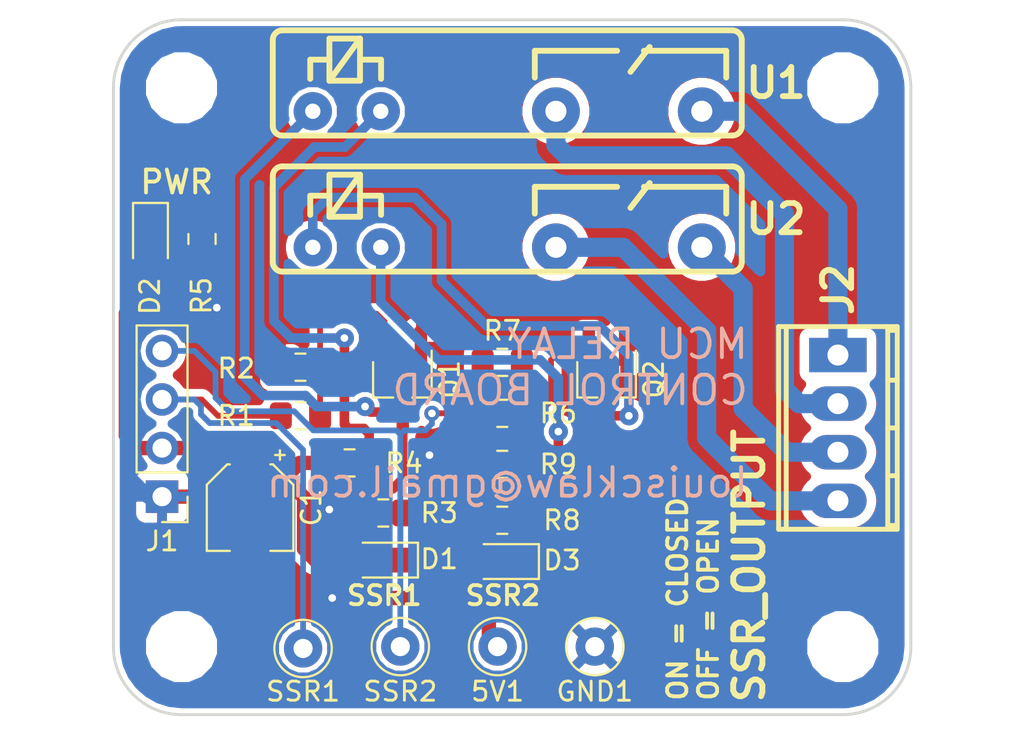
<source format=kicad_pcb>
(kicad_pcb (version 20171130) (host pcbnew 5.0.0-fee4fd1~66~ubuntu18.04.1)

  (general
    (thickness 1.6)
    (drawings 13)
    (tracks 179)
    (zones 0)
    (modules 27)
    (nets 18)
  )

  (page A4)
  (layers
    (0 F.Cu signal)
    (31 B.Cu signal)
    (32 B.Adhes user)
    (33 F.Adhes user)
    (34 B.Paste user)
    (35 F.Paste user)
    (36 B.SilkS user)
    (37 F.SilkS user)
    (38 B.Mask user)
    (39 F.Mask user)
    (40 Dwgs.User user)
    (41 Cmts.User user)
    (42 Eco1.User user)
    (43 Eco2.User user)
    (44 Edge.Cuts user)
    (45 Margin user)
    (46 B.CrtYd user)
    (47 F.CrtYd user)
    (48 B.Fab user)
    (49 F.Fab user)
  )

  (setup
    (last_trace_width 0.3)
    (trace_clearance 0.2)
    (zone_clearance 0.4)
    (zone_45_only no)
    (trace_min 0.2)
    (segment_width 0.15)
    (edge_width 0.15)
    (via_size 0.8)
    (via_drill 0.4)
    (via_min_size 0.4)
    (via_min_drill 0.3)
    (uvia_size 0.3)
    (uvia_drill 0.1)
    (uvias_allowed no)
    (uvia_min_size 0.2)
    (uvia_min_drill 0.1)
    (pcb_text_width 0.3)
    (pcb_text_size 1.5 1.5)
    (mod_edge_width 0.15)
    (mod_text_size 1 1)
    (mod_text_width 0.15)
    (pad_size 1.8 3)
    (pad_drill 1.09728)
    (pad_to_mask_clearance 0.2)
    (aux_axis_origin 0 0)
    (visible_elements FFFFFF7F)
    (pcbplotparams
      (layerselection 0x010fc_ffffffff)
      (usegerberextensions false)
      (usegerberattributes false)
      (usegerberadvancedattributes false)
      (creategerberjobfile false)
      (excludeedgelayer true)
      (linewidth 0.100000)
      (plotframeref false)
      (viasonmask false)
      (mode 1)
      (useauxorigin false)
      (hpglpennumber 1)
      (hpglpenspeed 20)
      (hpglpendiameter 15.000000)
      (psnegative false)
      (psa4output false)
      (plotreference true)
      (plotvalue true)
      (plotinvisibletext false)
      (padsonsilk false)
      (subtractmaskfromsilk false)
      (outputformat 1)
      (mirror false)
      (drillshape 0)
      (scaleselection 1)
      (outputdirectory "gerber"))
  )

  (net 0 "")
  (net 1 +5V)
  (net 2 "Net-(D1-Pad1)")
  (net 3 GND)
  (net 4 "Net-(Q1-Pad2)")
  (net 5 "Net-(D2-Pad1)")
  (net 6 "Net-(Q2-Pad2)")
  (net 7 /SSR_CONTROL2)
  (net 8 /SSR_CONTROL1)
  (net 9 "Net-(D3-Pad1)")
  (net 10 /SSR2_IN2)
  (net 11 /SSR2_OUT1)
  (net 12 /SSR2_IN1)
  (net 13 /SSR2_OUT2)
  (net 14 /SSR1_OUT1)
  (net 15 /SSR1_IN1)
  (net 16 /SSR1_OUT2)
  (net 17 /SSR1_IN2)

  (net_class Default "This is the default net class."
    (clearance 0.2)
    (trace_width 0.3)
    (via_dia 0.8)
    (via_drill 0.4)
    (uvia_dia 0.3)
    (uvia_drill 0.1)
    (add_net /SSR_CONTROL1)
    (add_net /SSR_CONTROL2)
    (add_net "Net-(D1-Pad1)")
    (add_net "Net-(D2-Pad1)")
    (add_net "Net-(D3-Pad1)")
    (add_net "Net-(Q1-Pad2)")
    (add_net "Net-(Q2-Pad2)")
  )

  (net_class GND ""
    (clearance 0.2)
    (trace_width 0.75)
    (via_dia 1.4)
    (via_drill 0.4)
    (uvia_dia 0.3)
    (uvia_drill 0.1)
    (add_net GND)
  )

  (net_class PWR ""
    (clearance 0.2)
    (trace_width 0.75)
    (via_dia 1)
    (via_drill 0.4)
    (uvia_dia 0.3)
    (uvia_drill 0.1)
    (add_net +5V)
  )

  (net_class SIG_SOURCE ""
    (clearance 0.2)
    (trace_width 0.5)
    (via_dia 1)
    (via_drill 0.4)
    (uvia_dia 0.3)
    (uvia_drill 0.1)
    (add_net /SSR1_IN1)
    (add_net /SSR1_IN2)
    (add_net /SSR2_IN1)
    (add_net /SSR2_IN2)
  )

  (net_class SSR_CONN ""
    (clearance 0.5)
    (trace_width 1)
    (via_dia 1.5)
    (via_drill 0.4)
    (uvia_dia 0.3)
    (uvia_drill 0.1)
    (add_net /SSR1_OUT1)
    (add_net /SSR1_OUT2)
    (add_net /SSR2_OUT1)
    (add_net /SSR2_OUT2)
  )

  (net_class SSR_IN ""
    (clearance 0.2)
    (trace_width 0.5)
    (via_dia 1)
    (via_drill 0.4)
    (uvia_dia 0.3)
    (uvia_drill 0.1)
  )

  (module TestPoint:TestPoint_Loop_D1.80mm_Drill1.0mm_Beaded (layer F.Cu) (tedit 5A0F774F) (tstamp 5BBF11EC)
    (at 11.37 34.897801)
    (descr "wire loop with bead as test point, loop diameter 1.8mm, hole diameter 1.0mm")
    (tags "test point wire loop bead")
    (path /5BBE021D)
    (fp_text reference SSR1 (at 0 2.251699) (layer F.SilkS)
      (effects (font (size 1 1) (thickness 0.15)))
    )
    (fp_text value TestPoint (at 0 -2.8) (layer F.Fab)
      (effects (font (size 1 1) (thickness 0.15)))
    )
    (fp_text user %R (at 0.7 2.5) (layer F.Fab)
      (effects (font (size 1 1) (thickness 0.15)))
    )
    (fp_circle (center 0 0) (end 1.3 0) (layer F.Fab) (width 0.12))
    (fp_line (start -0.9 0.2) (end -0.9 -0.2) (layer F.Fab) (width 0.12))
    (fp_line (start 0.9 0.2) (end -0.9 0.2) (layer F.Fab) (width 0.12))
    (fp_line (start 0.9 -0.2) (end 0.9 0.2) (layer F.Fab) (width 0.12))
    (fp_line (start -0.9 -0.2) (end 0.9 -0.2) (layer F.Fab) (width 0.12))
    (fp_circle (center 0 0) (end 1.5 0) (layer F.SilkS) (width 0.12))
    (fp_circle (center 0 0) (end 1.8 0) (layer F.CrtYd) (width 0.05))
    (pad 1 thru_hole circle (at 0 0) (size 2 2) (drill 1) (layers *.Cu *.Mask)
      (net 8 /SSR_CONTROL1))
    (model ${KISYS3DMOD}/TestPoint.3dshapes/TestPoint_Loop_D1.80mm_Drill1.0mm_Beaded.wrl
      (at (xyz 0 0 0))
      (scale (xyz 1 1 1))
      (rotate (xyz 0 0 0))
    )
  )

  (module TestPoint:TestPoint_Loop_D1.80mm_Drill1.0mm_Beaded (layer F.Cu) (tedit 5A0F774F) (tstamp 5BBF1240)
    (at 16.45 34.8)
    (descr "wire loop with bead as test point, loop diameter 1.8mm, hole diameter 1.0mm")
    (tags "test point wire loop bead")
    (path /5BBEEFC8)
    (fp_text reference SSR2 (at 0 2.3495) (layer F.SilkS)
      (effects (font (size 1 1) (thickness 0.15)))
    )
    (fp_text value TestPoint (at 0 -2.8) (layer F.Fab)
      (effects (font (size 1 1) (thickness 0.15)))
    )
    (fp_circle (center 0 0) (end 1.8 0) (layer F.CrtYd) (width 0.05))
    (fp_circle (center 0 0) (end 1.5 0) (layer F.SilkS) (width 0.12))
    (fp_line (start -0.9 -0.2) (end 0.9 -0.2) (layer F.Fab) (width 0.12))
    (fp_line (start 0.9 -0.2) (end 0.9 0.2) (layer F.Fab) (width 0.12))
    (fp_line (start 0.9 0.2) (end -0.9 0.2) (layer F.Fab) (width 0.12))
    (fp_line (start -0.9 0.2) (end -0.9 -0.2) (layer F.Fab) (width 0.12))
    (fp_circle (center 0 0) (end 1.3 0) (layer F.Fab) (width 0.12))
    (fp_text user %R (at 0.7 2.5) (layer F.Fab)
      (effects (font (size 1 1) (thickness 0.15)))
    )
    (pad 1 thru_hole circle (at 0 0) (size 2 2) (drill 1) (layers *.Cu *.Mask)
      (net 7 /SSR_CONTROL2))
    (model ${KISYS3DMOD}/TestPoint.3dshapes/TestPoint_Loop_D1.80mm_Drill1.0mm_Beaded.wrl
      (at (xyz 0 0 0))
      (scale (xyz 1 1 1))
      (rotate (xyz 0 0 0))
    )
  )

  (module TestPoint:TestPoint_Loop_D1.80mm_Drill1.0mm_Beaded (layer F.Cu) (tedit 5A0F774F) (tstamp 5BBF12A0)
    (at 21.53 34.8)
    (descr "wire loop with bead as test point, loop diameter 1.8mm, hole diameter 1.0mm")
    (tags "test point wire loop bead")
    (path /5BBE003F)
    (fp_text reference 5V1 (at 0 2.3495) (layer F.SilkS)
      (effects (font (size 1 1) (thickness 0.15)))
    )
    (fp_text value TestPoint (at 0 -2.8) (layer F.Fab)
      (effects (font (size 1 1) (thickness 0.15)))
    )
    (fp_circle (center 0 0) (end 1.8 0) (layer F.CrtYd) (width 0.05))
    (fp_circle (center 0 0) (end 1.5 0) (layer F.SilkS) (width 0.12))
    (fp_line (start -0.9 -0.2) (end 0.9 -0.2) (layer F.Fab) (width 0.12))
    (fp_line (start 0.9 -0.2) (end 0.9 0.2) (layer F.Fab) (width 0.12))
    (fp_line (start 0.9 0.2) (end -0.9 0.2) (layer F.Fab) (width 0.12))
    (fp_line (start -0.9 0.2) (end -0.9 -0.2) (layer F.Fab) (width 0.12))
    (fp_circle (center 0 0) (end 1.3 0) (layer F.Fab) (width 0.12))
    (fp_text user %R (at 0.7 2.5) (layer F.Fab)
      (effects (font (size 1 1) (thickness 0.15)))
    )
    (pad 1 thru_hole circle (at 0 0) (size 2 2) (drill 1) (layers *.Cu *.Mask)
      (net 1 +5V))
    (model ${KISYS3DMOD}/TestPoint.3dshapes/TestPoint_Loop_D1.80mm_Drill1.0mm_Beaded.wrl
      (at (xyz 0 0 0))
      (scale (xyz 1 1 1))
      (rotate (xyz 0 0 0))
    )
  )

  (module TestPoint:TestPoint_Loop_D1.80mm_Drill1.0mm_Beaded (layer F.Cu) (tedit 5A0F774F) (tstamp 5BBF12C4)
    (at 26.61 34.8)
    (descr "wire loop with bead as test point, loop diameter 1.8mm, hole diameter 1.0mm")
    (tags "test point wire loop bead")
    (path /5BBE01D9)
    (fp_text reference GND1 (at 0 2.3495) (layer F.SilkS)
      (effects (font (size 1 1) (thickness 0.15)))
    )
    (fp_text value TestPoint (at 0 -2.8) (layer F.Fab)
      (effects (font (size 1 1) (thickness 0.15)))
    )
    (fp_text user %R (at 0.7 2.5) (layer F.Fab)
      (effects (font (size 1 1) (thickness 0.15)))
    )
    (fp_circle (center 0 0) (end 1.3 0) (layer F.Fab) (width 0.12))
    (fp_line (start -0.9 0.2) (end -0.9 -0.2) (layer F.Fab) (width 0.12))
    (fp_line (start 0.9 0.2) (end -0.9 0.2) (layer F.Fab) (width 0.12))
    (fp_line (start 0.9 -0.2) (end 0.9 0.2) (layer F.Fab) (width 0.12))
    (fp_line (start -0.9 -0.2) (end 0.9 -0.2) (layer F.Fab) (width 0.12))
    (fp_circle (center 0 0) (end 1.5 0) (layer F.SilkS) (width 0.12))
    (fp_circle (center 0 0) (end 1.8 0) (layer F.CrtYd) (width 0.05))
    (pad 1 thru_hole circle (at 0 0) (size 2 2) (drill 1) (layers *.Cu *.Mask)
      (net 3 GND))
    (model ${KISYS3DMOD}/TestPoint.3dshapes/TestPoint_Loop_D1.80mm_Drill1.0mm_Beaded.wrl
      (at (xyz 0 0 0))
      (scale (xyz 1 1 1))
      (rotate (xyz 0 0 0))
    )
  )

  (module Resistor_SMD:R_0805_2012Metric_Pad1.15x1.40mm_HandSolder (layer F.Cu) (tedit 5BBE0A95) (tstamp 5BBF16A6)
    (at 11.234 20.195 180)
    (descr "Resistor SMD 0805 (2012 Metric), square (rectangular) end terminal, IPC_7351 nominal with elongated pad for handsoldering. (Body size source: https://docs.google.com/spreadsheets/d/1BsfQQcO9C6DZCsRaXUlFlo91Tg2WpOkGARC1WS5S8t0/edit?usp=sharing), generated with kicad-footprint-generator")
    (tags "resistor handsolder")
    (path /5BB9ACCA)
    (attr smd)
    (fp_text reference R2 (at 3.3565 -0.0635 180) (layer F.SilkS)
      (effects (font (size 1 1) (thickness 0.15)))
    )
    (fp_text value 103 (at 0 1.65 180) (layer F.Fab)
      (effects (font (size 1 1) (thickness 0.15)))
    )
    (fp_text user %R (at 0 0 180) (layer F.Fab)
      (effects (font (size 0.5 0.5) (thickness 0.08)))
    )
    (fp_line (start 1.85 0.95) (end -1.85 0.95) (layer F.CrtYd) (width 0.05))
    (fp_line (start 1.85 -0.95) (end 1.85 0.95) (layer F.CrtYd) (width 0.05))
    (fp_line (start -1.85 -0.95) (end 1.85 -0.95) (layer F.CrtYd) (width 0.05))
    (fp_line (start -1.85 0.95) (end -1.85 -0.95) (layer F.CrtYd) (width 0.05))
    (fp_line (start -0.261252 0.71) (end 0.261252 0.71) (layer F.SilkS) (width 0.12))
    (fp_line (start -0.261252 -0.71) (end 0.261252 -0.71) (layer F.SilkS) (width 0.12))
    (fp_line (start 1 0.6) (end -1 0.6) (layer F.Fab) (width 0.1))
    (fp_line (start 1 -0.6) (end 1 0.6) (layer F.Fab) (width 0.1))
    (fp_line (start -1 -0.6) (end 1 -0.6) (layer F.Fab) (width 0.1))
    (fp_line (start -1 0.6) (end -1 -0.6) (layer F.Fab) (width 0.1))
    (pad 2 smd roundrect (at 1.025 0 180) (size 1.15 1.4) (layers F.Cu F.Paste F.Mask) (roundrect_rratio 0.217)
      (net 3 GND))
    (pad 1 smd roundrect (at -1.025 0 180) (size 1.15 1.4) (layers F.Cu F.Paste F.Mask) (roundrect_rratio 0.217391)
      (net 4 "Net-(Q1-Pad2)"))
    (model ${KISYS3DMOD}/Resistor_SMD.3dshapes/R_0805_2012Metric.wrl
      (at (xyz 0 0 0))
      (scale (xyz 1 1 1))
      (rotate (xyz 0 0 0))
    )
  )

  (module Capacitor_SMD:CP_Elec_4x3 (layer F.Cu) (tedit 5A841F9D) (tstamp 5BBF16ED)
    (at 8.6014 27.5356 270)
    (descr "SMT capacitor, aluminium electrolytic, 4x3, Nichicon ")
    (tags "Capacitor Electrolytic")
    (path /5BBEBEBD)
    (attr smd)
    (fp_text reference C1 (at 0 -3.2 270) (layer F.SilkS)
      (effects (font (size 1 1) (thickness 0.15)))
    )
    (fp_text value 105 (at 0 3.2 270) (layer F.Fab)
      (effects (font (size 1 1) (thickness 0.15)))
    )
    (fp_circle (center 0 0) (end 2 0) (layer F.Fab) (width 0.1))
    (fp_line (start 2.15 -2.15) (end 2.15 2.15) (layer F.Fab) (width 0.1))
    (fp_line (start -1.15 -2.15) (end 2.15 -2.15) (layer F.Fab) (width 0.1))
    (fp_line (start -1.15 2.15) (end 2.15 2.15) (layer F.Fab) (width 0.1))
    (fp_line (start -2.15 -1.15) (end -2.15 1.15) (layer F.Fab) (width 0.1))
    (fp_line (start -2.15 -1.15) (end -1.15 -2.15) (layer F.Fab) (width 0.1))
    (fp_line (start -2.15 1.15) (end -1.15 2.15) (layer F.Fab) (width 0.1))
    (fp_line (start -1.574773 -1) (end -1.174773 -1) (layer F.Fab) (width 0.1))
    (fp_line (start -1.374773 -1.2) (end -1.374773 -0.8) (layer F.Fab) (width 0.1))
    (fp_line (start 2.26 2.26) (end 2.26 1.06) (layer F.SilkS) (width 0.12))
    (fp_line (start 2.26 -2.26) (end 2.26 -1.06) (layer F.SilkS) (width 0.12))
    (fp_line (start -1.195563 -2.26) (end 2.26 -2.26) (layer F.SilkS) (width 0.12))
    (fp_line (start -1.195563 2.26) (end 2.26 2.26) (layer F.SilkS) (width 0.12))
    (fp_line (start -2.26 1.195563) (end -2.26 1.06) (layer F.SilkS) (width 0.12))
    (fp_line (start -2.26 -1.195563) (end -2.26 -1.06) (layer F.SilkS) (width 0.12))
    (fp_line (start -2.26 -1.195563) (end -1.195563 -2.26) (layer F.SilkS) (width 0.12))
    (fp_line (start -2.26 1.195563) (end -1.195563 2.26) (layer F.SilkS) (width 0.12))
    (fp_line (start -3 -1.56) (end -2.5 -1.56) (layer F.SilkS) (width 0.12))
    (fp_line (start -2.75 -1.81) (end -2.75 -1.31) (layer F.SilkS) (width 0.12))
    (fp_line (start 2.4 -2.4) (end 2.4 -1.05) (layer F.CrtYd) (width 0.05))
    (fp_line (start 2.4 -1.05) (end 3.35 -1.05) (layer F.CrtYd) (width 0.05))
    (fp_line (start 3.35 -1.05) (end 3.35 1.05) (layer F.CrtYd) (width 0.05))
    (fp_line (start 3.35 1.05) (end 2.4 1.05) (layer F.CrtYd) (width 0.05))
    (fp_line (start 2.4 1.05) (end 2.4 2.4) (layer F.CrtYd) (width 0.05))
    (fp_line (start -1.25 2.4) (end 2.4 2.4) (layer F.CrtYd) (width 0.05))
    (fp_line (start -1.25 -2.4) (end 2.4 -2.4) (layer F.CrtYd) (width 0.05))
    (fp_line (start -2.4 1.25) (end -1.25 2.4) (layer F.CrtYd) (width 0.05))
    (fp_line (start -2.4 -1.25) (end -1.25 -2.4) (layer F.CrtYd) (width 0.05))
    (fp_line (start -2.4 -1.25) (end -2.4 -1.05) (layer F.CrtYd) (width 0.05))
    (fp_line (start -2.4 1.05) (end -2.4 1.25) (layer F.CrtYd) (width 0.05))
    (fp_line (start -2.4 -1.05) (end -3.35 -1.05) (layer F.CrtYd) (width 0.05))
    (fp_line (start -3.35 -1.05) (end -3.35 1.05) (layer F.CrtYd) (width 0.05))
    (fp_line (start -3.35 1.05) (end -2.4 1.05) (layer F.CrtYd) (width 0.05))
    (fp_text user %R (at 0 0 270) (layer F.Fab)
      (effects (font (size 0.8 0.8) (thickness 0.12)))
    )
    (pad 1 smd rect (at -1.8 0 270) (size 2.6 1.6) (layers F.Cu F.Paste F.Mask)
      (net 1 +5V))
    (pad 2 smd rect (at 1.8 0 270) (size 2.6 1.6) (layers F.Cu F.Paste F.Mask)
      (net 3 GND))
    (model ${KISYS3DMOD}/Capacitor_SMD.3dshapes/CP_Elec_4x3.wrl
      (at (xyz 0 0 0))
      (scale (xyz 1 1 1))
      (rotate (xyz 0 0 0))
    )
  )

  (module w_conn_mpt:mpt_0,5%2f4-2,54 (layer F.Cu) (tedit 5BBE1DAC) (tstamp 5BBF174D)
    (at 39.31 23.37 90)
    (descr "4-way 2.54mm pitch terminal block, Phoenix MPT series")
    (path /5BBA12F8)
    (fp_text reference J2 (at 7.239 0 90) (layer F.SilkS)
      (effects (font (size 1.524 1.524) (thickness 0.3048)))
    )
    (fp_text value SSR_OUTPUT (at -7.2009 -4.6355 90) (layer F.SilkS)
      (effects (font (size 1.524 1.524) (thickness 0.3048)))
    )
    (fp_line (start 5.30098 -3.0988) (end -5.30098 -3.0988) (layer F.SilkS) (width 0.254))
    (fp_line (start -5.30098 -2.70002) (end 5.30098 -2.70002) (layer F.SilkS) (width 0.254))
    (fp_line (start -5.30098 2.60096) (end 5.30098 2.60096) (layer F.SilkS) (width 0.254))
    (fp_line (start 5.30098 3.0988) (end -5.30098 3.0988) (layer F.SilkS) (width 0.254))
    (fp_line (start 2.49682 2.60096) (end 2.49682 3.0988) (layer F.SilkS) (width 0.254))
    (fp_line (start 0 2.60096) (end 0 3.0988) (layer F.SilkS) (width 0.254))
    (fp_line (start -5.09778 3.0988) (end -5.09778 2.60096) (layer F.SilkS) (width 0.254))
    (fp_line (start 5.10032 2.60096) (end 5.10032 3.0988) (layer F.SilkS) (width 0.254))
    (fp_line (start -2.49682 3.0988) (end -2.49682 2.60096) (layer F.SilkS) (width 0.254))
    (fp_line (start 5.29844 3.0988) (end 5.29844 -3.0988) (layer F.SilkS) (width 0.254))
    (fp_line (start -5.2959 -3.0988) (end -5.2959 3.0988) (layer F.SilkS) (width 0.254))
    (pad 4 thru_hole oval (at -3.81 0 90) (size 1.8 3) (drill 1.09728) (layers *.Cu *.Mask)
      (net 11 /SSR2_OUT1))
    (pad 1 thru_hole rect (at 3.81 0 90) (size 1.8 3) (drill 1.09728) (layers *.Cu *.Mask)
      (net 16 /SSR1_OUT2))
    (pad 2 thru_hole oval (at 1.27 0 90) (size 1.8 3) (drill 1.09728) (layers *.Cu *.Mask)
      (net 14 /SSR1_OUT1))
    (pad 3 thru_hole oval (at -1.27 0 90) (size 1.8 3) (drill 1.09728) (layers *.Cu *.Mask)
      (net 13 /SSR2_OUT2))
    (model ${HOME}/_workspace/kicad/kicad_library/smisioto-footprints/modules/packages3d/walter/conn_mpt/mpt_0,5-4-2,54.wrl
      (at (xyz 0 0 0))
      (scale (xyz 1 1 1))
      (rotate (xyz 0 0 0))
    )
  )

  (module Connector_PinHeader_2.54mm:PinHeader_1x04_P2.54mm_Vertical (layer F.Cu) (tedit 59FED5CC) (tstamp 5BBF1071)
    (at 4.004 26.9624 180)
    (descr "Through hole straight pin header, 1x04, 2.54mm pitch, single row")
    (tags "Through hole pin header THT 1x04 2.54mm single row")
    (path /5BB9AB71)
    (fp_text reference J1 (at 0 -2.33 180) (layer F.SilkS)
      (effects (font (size 1 1) (thickness 0.15)))
    )
    (fp_text value Conn_01x03 (at 0 9.95 180) (layer F.Fab)
      (effects (font (size 1 1) (thickness 0.15)))
    )
    (fp_line (start -0.635 -1.27) (end 1.27 -1.27) (layer F.Fab) (width 0.1))
    (fp_line (start 1.27 -1.27) (end 1.27 8.89) (layer F.Fab) (width 0.1))
    (fp_line (start 1.27 8.89) (end -1.27 8.89) (layer F.Fab) (width 0.1))
    (fp_line (start -1.27 8.89) (end -1.27 -0.635) (layer F.Fab) (width 0.1))
    (fp_line (start -1.27 -0.635) (end -0.635 -1.27) (layer F.Fab) (width 0.1))
    (fp_line (start -1.33 8.95) (end 1.33 8.95) (layer F.SilkS) (width 0.12))
    (fp_line (start -1.33 1.27) (end -1.33 8.95) (layer F.SilkS) (width 0.12))
    (fp_line (start 1.33 1.27) (end 1.33 8.95) (layer F.SilkS) (width 0.12))
    (fp_line (start -1.33 1.27) (end 1.33 1.27) (layer F.SilkS) (width 0.12))
    (fp_line (start -1.33 0) (end -1.33 -1.33) (layer F.SilkS) (width 0.12))
    (fp_line (start -1.33 -1.33) (end 0 -1.33) (layer F.SilkS) (width 0.12))
    (fp_line (start -1.8 -1.8) (end -1.8 9.4) (layer F.CrtYd) (width 0.05))
    (fp_line (start -1.8 9.4) (end 1.8 9.4) (layer F.CrtYd) (width 0.05))
    (fp_line (start 1.8 9.4) (end 1.8 -1.8) (layer F.CrtYd) (width 0.05))
    (fp_line (start 1.8 -1.8) (end -1.8 -1.8) (layer F.CrtYd) (width 0.05))
    (fp_text user %R (at 0 3.81 270) (layer F.Fab)
      (effects (font (size 1 1) (thickness 0.15)))
    )
    (pad 1 thru_hole rect (at 0 0 180) (size 1.7 1.7) (drill 1) (layers *.Cu *.Mask)
      (net 3 GND))
    (pad 2 thru_hole oval (at 0 2.54 180) (size 1.7 1.7) (drill 1) (layers *.Cu *.Mask)
      (net 1 +5V))
    (pad 3 thru_hole oval (at 0 5.08 180) (size 1.7 1.7) (drill 1) (layers *.Cu *.Mask)
      (net 8 /SSR_CONTROL1))
    (pad 4 thru_hole oval (at 0 7.62 180) (size 1.7 1.7) (drill 1) (layers *.Cu *.Mask)
      (net 7 /SSR_CONTROL2))
    (model ${KISYS3DMOD}/Connector_PinHeader_2.54mm.3dshapes/PinHeader_1x04_P2.54mm_Vertical.wrl
      (at (xyz 0 0 0))
      (scale (xyz 1 1 1))
      (rotate (xyz 0 0 0))
    )
  )

  (module LED_SMD:LED_0805_2012Metric_Castellated (layer F.Cu) (tedit 5B36C52C) (tstamp 5BBF131E)
    (at 21.805 30.355 180)
    (descr "LED SMD 0805 (2012 Metric), castellated end terminal, IPC_7351 nominal, (Body size source: https://docs.google.com/spreadsheets/d/1BsfQQcO9C6DZCsRaXUlFlo91Tg2WpOkGARC1WS5S8t0/edit?usp=sharing), generated with kicad-footprint-generator")
    (tags "LED castellated")
    (path /5BBE5136)
    (attr smd)
    (fp_text reference D3 (at -3.0905 0.0635 180) (layer F.SilkS)
      (effects (font (size 1 1) (thickness 0.15)))
    )
    (fp_text value LED (at 0 1.6 180) (layer F.Fab)
      (effects (font (size 1 1) (thickness 0.15)))
    )
    (fp_text user %R (at 0 0 180) (layer F.Fab)
      (effects (font (size 0.5 0.5) (thickness 0.08)))
    )
    (fp_line (start 1.88 0.9) (end -1.88 0.9) (layer F.CrtYd) (width 0.05))
    (fp_line (start 1.88 -0.9) (end 1.88 0.9) (layer F.CrtYd) (width 0.05))
    (fp_line (start -1.88 -0.9) (end 1.88 -0.9) (layer F.CrtYd) (width 0.05))
    (fp_line (start -1.88 0.9) (end -1.88 -0.9) (layer F.CrtYd) (width 0.05))
    (fp_line (start -1.885 0.91) (end 1 0.91) (layer F.SilkS) (width 0.12))
    (fp_line (start -1.885 -0.91) (end -1.885 0.91) (layer F.SilkS) (width 0.12))
    (fp_line (start 1 -0.91) (end -1.885 -0.91) (layer F.SilkS) (width 0.12))
    (fp_line (start 1 0.6) (end 1 -0.6) (layer F.Fab) (width 0.1))
    (fp_line (start -1 0.6) (end 1 0.6) (layer F.Fab) (width 0.1))
    (fp_line (start -1 -0.3) (end -1 0.6) (layer F.Fab) (width 0.1))
    (fp_line (start -0.7 -0.6) (end -1 -0.3) (layer F.Fab) (width 0.1))
    (fp_line (start 1 -0.6) (end -0.7 -0.6) (layer F.Fab) (width 0.1))
    (pad 2 smd roundrect (at 0.9625 0 180) (size 1.325 1.3) (layers F.Cu F.Paste F.Mask) (roundrect_rratio 0.192308)
      (net 1 +5V))
    (pad 1 smd roundrect (at -0.9625 0 180) (size 1.325 1.3) (layers F.Cu F.Paste F.Mask) (roundrect_rratio 0.192308)
      (net 9 "Net-(D3-Pad1)"))
    (model ${KISYS3DMOD}/LED_SMD.3dshapes/LED_0805_2012Metric_Castellated.wrl
      (at (xyz 0 0 0))
      (scale (xyz 1 1 1))
      (rotate (xyz 0 0 0))
    )
  )

  (module Package_TO_SOT_SMD:TSOT-23_HandSoldering (layer F.Cu) (tedit 5A02FF57) (tstamp 5BBF0FFC)
    (at 27.245 20.83 270)
    (descr "5-pin TSOT23 package, http://cds.linear.com/docs/en/packaging/SOT_5_05-08-1635.pdf")
    (tags "TSOT-23 Hand-soldering")
    (path /5BBE5130)
    (attr smd)
    (fp_text reference Q2 (at 0 -2.45 270) (layer F.SilkS)
      (effects (font (size 1 1) (thickness 0.15)))
    )
    (fp_text value 2N3904 (at 0 2.5 270) (layer F.Fab)
      (effects (font (size 1 1) (thickness 0.15)))
    )
    (fp_text user %R (at 0 0) (layer F.Fab)
      (effects (font (size 0.5 0.5) (thickness 0.075)))
    )
    (fp_line (start 0.95 0.5) (end 0.95 1.55) (layer F.SilkS) (width 0.12))
    (fp_line (start 0.95 1.55) (end -0.9 1.55) (layer F.SilkS) (width 0.12))
    (fp_line (start 0.95 -1.5) (end 0.95 -0.5) (layer F.SilkS) (width 0.12))
    (fp_line (start 0.93 -1.51) (end -1.5 -1.51) (layer F.SilkS) (width 0.12))
    (fp_line (start -0.88 -1) (end -0.43 -1.45) (layer F.Fab) (width 0.1))
    (fp_line (start 0.88 -1.45) (end -0.43 -1.45) (layer F.Fab) (width 0.1))
    (fp_line (start -0.88 -1) (end -0.88 1.45) (layer F.Fab) (width 0.1))
    (fp_line (start 0.88 1.45) (end -0.88 1.45) (layer F.Fab) (width 0.1))
    (fp_line (start 0.88 -1.45) (end 0.88 1.45) (layer F.Fab) (width 0.1))
    (fp_line (start -2.96 -1.7) (end 2.96 -1.7) (layer F.CrtYd) (width 0.05))
    (fp_line (start -2.96 -1.7) (end -2.96 1.7) (layer F.CrtYd) (width 0.05))
    (fp_line (start 2.96 1.7) (end 2.96 -1.7) (layer F.CrtYd) (width 0.05))
    (fp_line (start 2.96 1.7) (end -2.96 1.7) (layer F.CrtYd) (width 0.05))
    (pad 1 smd rect (at -1.71 -0.95 270) (size 2 0.65) (layers F.Cu F.Paste F.Mask)
      (net 3 GND))
    (pad 2 smd rect (at -1.71 0.95 270) (size 2 0.65) (layers F.Cu F.Paste F.Mask)
      (net 6 "Net-(Q2-Pad2)"))
    (pad 3 smd rect (at 1.71 0 270) (size 2 0.65) (layers F.Cu F.Paste F.Mask)
      (net 12 /SSR2_IN1))
    (model ${KISYS3DMOD}/Package_TO_SOT_SMD.3dshapes/TSOT-23.wrl
      (at (xyz 0 0 0))
      (scale (xyz 1 1 1))
      (rotate (xyz 0 0 0))
    )
  )

  (module Resistor_SMD:R_0805_2012Metric_Pad1.15x1.40mm_HandSolder (layer F.Cu) (tedit 5B36C52B) (tstamp 5BBF13F4)
    (at 21.775 25.275)
    (descr "Resistor SMD 0805 (2012 Metric), square (rectangular) end terminal, IPC_7351 nominal with elongated pad for handsoldering. (Body size source: https://docs.google.com/spreadsheets/d/1BsfQQcO9C6DZCsRaXUlFlo91Tg2WpOkGARC1WS5S8t0/edit?usp=sharing), generated with kicad-footprint-generator")
    (tags "resistor handsolder")
    (path /5BBE50F8)
    (attr smd)
    (fp_text reference R9 (at 2.93 0) (layer F.SilkS)
      (effects (font (size 1 1) (thickness 0.15)))
    )
    (fp_text value 680 (at 0 1.65) (layer F.Fab)
      (effects (font (size 1 1) (thickness 0.15)))
    )
    (fp_text user %R (at 0 0 180) (layer F.Fab)
      (effects (font (size 0.5 0.5) (thickness 0.08)))
    )
    (fp_line (start 1.85 0.95) (end -1.85 0.95) (layer F.CrtYd) (width 0.05))
    (fp_line (start 1.85 -0.95) (end 1.85 0.95) (layer F.CrtYd) (width 0.05))
    (fp_line (start -1.85 -0.95) (end 1.85 -0.95) (layer F.CrtYd) (width 0.05))
    (fp_line (start -1.85 0.95) (end -1.85 -0.95) (layer F.CrtYd) (width 0.05))
    (fp_line (start -0.261252 0.71) (end 0.261252 0.71) (layer F.SilkS) (width 0.12))
    (fp_line (start -0.261252 -0.71) (end 0.261252 -0.71) (layer F.SilkS) (width 0.12))
    (fp_line (start 1 0.6) (end -1 0.6) (layer F.Fab) (width 0.1))
    (fp_line (start 1 -0.6) (end 1 0.6) (layer F.Fab) (width 0.1))
    (fp_line (start -1 -0.6) (end 1 -0.6) (layer F.Fab) (width 0.1))
    (fp_line (start -1 0.6) (end -1 -0.6) (layer F.Fab) (width 0.1))
    (pad 2 smd roundrect (at 1.025 0) (size 1.15 1.4) (layers F.Cu F.Paste F.Mask) (roundrect_rratio 0.217391)
      (net 10 /SSR2_IN2))
    (pad 1 smd roundrect (at -1.025 0) (size 1.15 1.4) (layers F.Cu F.Paste F.Mask) (roundrect_rratio 0.217391)
      (net 1 +5V))
    (model ${KISYS3DMOD}/Resistor_SMD.3dshapes/R_0805_2012Metric.wrl
      (at (xyz 0 0 0))
      (scale (xyz 1 1 1))
      (rotate (xyz 0 0 0))
    )
  )

  (module Resistor_SMD:R_0805_2012Metric_Pad1.15x1.40mm_HandSolder (layer F.Cu) (tedit 5B36C52B) (tstamp 5BBF14A2)
    (at 21.775 28.196 180)
    (descr "Resistor SMD 0805 (2012 Metric), square (rectangular) end terminal, IPC_7351 nominal with elongated pad for handsoldering. (Body size source: https://docs.google.com/spreadsheets/d/1BsfQQcO9C6DZCsRaXUlFlo91Tg2WpOkGARC1WS5S8t0/edit?usp=sharing), generated with kicad-footprint-generator")
    (tags "resistor handsolder")
    (path /5BBE513C)
    (attr smd)
    (fp_text reference R8 (at -3.1205 0 180) (layer F.SilkS)
      (effects (font (size 1 1) (thickness 0.15)))
    )
    (fp_text value 331 (at 0 1.65 180) (layer F.Fab)
      (effects (font (size 1 1) (thickness 0.15)))
    )
    (fp_text user %R (at 0 0) (layer F.Fab)
      (effects (font (size 0.5 0.5) (thickness 0.08)))
    )
    (fp_line (start 1.85 0.95) (end -1.85 0.95) (layer F.CrtYd) (width 0.05))
    (fp_line (start 1.85 -0.95) (end 1.85 0.95) (layer F.CrtYd) (width 0.05))
    (fp_line (start -1.85 -0.95) (end 1.85 -0.95) (layer F.CrtYd) (width 0.05))
    (fp_line (start -1.85 0.95) (end -1.85 -0.95) (layer F.CrtYd) (width 0.05))
    (fp_line (start -0.261252 0.71) (end 0.261252 0.71) (layer F.SilkS) (width 0.12))
    (fp_line (start -0.261252 -0.71) (end 0.261252 -0.71) (layer F.SilkS) (width 0.12))
    (fp_line (start 1 0.6) (end -1 0.6) (layer F.Fab) (width 0.1))
    (fp_line (start 1 -0.6) (end 1 0.6) (layer F.Fab) (width 0.1))
    (fp_line (start -1 -0.6) (end 1 -0.6) (layer F.Fab) (width 0.1))
    (fp_line (start -1 0.6) (end -1 -0.6) (layer F.Fab) (width 0.1))
    (pad 2 smd roundrect (at 1.025 0 180) (size 1.15 1.4) (layers F.Cu F.Paste F.Mask) (roundrect_rratio 0.217391)
      (net 12 /SSR2_IN1))
    (pad 1 smd roundrect (at -1.025 0 180) (size 1.15 1.4) (layers F.Cu F.Paste F.Mask) (roundrect_rratio 0.217391)
      (net 9 "Net-(D3-Pad1)"))
    (model ${KISYS3DMOD}/Resistor_SMD.3dshapes/R_0805_2012Metric.wrl
      (at (xyz 0 0 0))
      (scale (xyz 1 1 1))
      (rotate (xyz 0 0 0))
    )
  )

  (module Resistor_SMD:R_0805_2012Metric_Pad1.15x1.40mm_HandSolder (layer F.Cu) (tedit 5B36C52B) (tstamp 5BBF1214)
    (at 21.775 19.941)
    (descr "Resistor SMD 0805 (2012 Metric), square (rectangular) end terminal, IPC_7351 nominal with elongated pad for handsoldering. (Body size source: https://docs.google.com/spreadsheets/d/1BsfQQcO9C6DZCsRaXUlFlo91Tg2WpOkGARC1WS5S8t0/edit?usp=sharing), generated with kicad-footprint-generator")
    (tags "resistor handsolder")
    (path /5BBE5142)
    (attr smd)
    (fp_text reference R7 (at 0 -1.65) (layer F.SilkS)
      (effects (font (size 1 1) (thickness 0.15)))
    )
    (fp_text value 103 (at 0 1.65) (layer F.Fab)
      (effects (font (size 1 1) (thickness 0.15)))
    )
    (fp_text user %R (at 0 0) (layer F.Fab)
      (effects (font (size 0.5 0.5) (thickness 0.08)))
    )
    (fp_line (start 1.85 0.95) (end -1.85 0.95) (layer F.CrtYd) (width 0.05))
    (fp_line (start 1.85 -0.95) (end 1.85 0.95) (layer F.CrtYd) (width 0.05))
    (fp_line (start -1.85 -0.95) (end 1.85 -0.95) (layer F.CrtYd) (width 0.05))
    (fp_line (start -1.85 0.95) (end -1.85 -0.95) (layer F.CrtYd) (width 0.05))
    (fp_line (start -0.261252 0.71) (end 0.261252 0.71) (layer F.SilkS) (width 0.12))
    (fp_line (start -0.261252 -0.71) (end 0.261252 -0.71) (layer F.SilkS) (width 0.12))
    (fp_line (start 1 0.6) (end -1 0.6) (layer F.Fab) (width 0.1))
    (fp_line (start 1 -0.6) (end 1 0.6) (layer F.Fab) (width 0.1))
    (fp_line (start -1 -0.6) (end 1 -0.6) (layer F.Fab) (width 0.1))
    (fp_line (start -1 0.6) (end -1 -0.6) (layer F.Fab) (width 0.1))
    (pad 2 smd roundrect (at 1.025 0) (size 1.15 1.4) (layers F.Cu F.Paste F.Mask) (roundrect_rratio 0.217391)
      (net 3 GND))
    (pad 1 smd roundrect (at -1.025 0) (size 1.15 1.4) (layers F.Cu F.Paste F.Mask) (roundrect_rratio 0.217391)
      (net 6 "Net-(Q2-Pad2)"))
    (model ${KISYS3DMOD}/Resistor_SMD.3dshapes/R_0805_2012Metric.wrl
      (at (xyz 0 0 0))
      (scale (xyz 1 1 1))
      (rotate (xyz 0 0 0))
    )
  )

  (module Resistor_SMD:R_0805_2012Metric_Pad1.15x1.40mm_HandSolder (layer F.Cu) (tedit 5B36C52B) (tstamp 5BBF13AF)
    (at 21.775 22.608 180)
    (descr "Resistor SMD 0805 (2012 Metric), square (rectangular) end terminal, IPC_7351 nominal with elongated pad for handsoldering. (Body size source: https://docs.google.com/spreadsheets/d/1BsfQQcO9C6DZCsRaXUlFlo91Tg2WpOkGARC1WS5S8t0/edit?usp=sharing), generated with kicad-footprint-generator")
    (tags "resistor handsolder")
    (path /5BBE5148)
    (attr smd)
    (fp_text reference R6 (at -2.93 0 180) (layer F.SilkS)
      (effects (font (size 1 1) (thickness 0.15)))
    )
    (fp_text value 331 (at 0 1.65 180) (layer F.Fab)
      (effects (font (size 1 1) (thickness 0.15)))
    )
    (fp_line (start -1 0.6) (end -1 -0.6) (layer F.Fab) (width 0.1))
    (fp_line (start -1 -0.6) (end 1 -0.6) (layer F.Fab) (width 0.1))
    (fp_line (start 1 -0.6) (end 1 0.6) (layer F.Fab) (width 0.1))
    (fp_line (start 1 0.6) (end -1 0.6) (layer F.Fab) (width 0.1))
    (fp_line (start -0.261252 -0.71) (end 0.261252 -0.71) (layer F.SilkS) (width 0.12))
    (fp_line (start -0.261252 0.71) (end 0.261252 0.71) (layer F.SilkS) (width 0.12))
    (fp_line (start -1.85 0.95) (end -1.85 -0.95) (layer F.CrtYd) (width 0.05))
    (fp_line (start -1.85 -0.95) (end 1.85 -0.95) (layer F.CrtYd) (width 0.05))
    (fp_line (start 1.85 -0.95) (end 1.85 0.95) (layer F.CrtYd) (width 0.05))
    (fp_line (start 1.85 0.95) (end -1.85 0.95) (layer F.CrtYd) (width 0.05))
    (fp_text user %R (at 0 0 180) (layer F.Fab)
      (effects (font (size 0.5 0.5) (thickness 0.08)))
    )
    (pad 1 smd roundrect (at -1.025 0 180) (size 1.15 1.4) (layers F.Cu F.Paste F.Mask) (roundrect_rratio 0.217391)
      (net 6 "Net-(Q2-Pad2)"))
    (pad 2 smd roundrect (at 1.025 0 180) (size 1.15 1.4) (layers F.Cu F.Paste F.Mask) (roundrect_rratio 0.217391)
      (net 7 /SSR_CONTROL2))
    (model ${KISYS3DMOD}/Resistor_SMD.3dshapes/R_0805_2012Metric.wrl
      (at (xyz 0 0 0))
      (scale (xyz 1 1 1))
      (rotate (xyz 0 0 0))
    )
  )

  (module footprint-lib:OMRON-G3MB-202P (layer F.Cu) (tedit 5BBE13E6) (tstamp 5BBF1170)
    (at 22.038 12.448)
    (descr "relay, 34.51series")
    (path /5BBE512A)
    (fp_text reference U2 (at 14.0335 0) (layer F.SilkS)
      (effects (font (size 1.524 1.524) (thickness 0.3048)))
    )
    (fp_text value "OMRON G3MB-202P" (at 0 4.3) (layer F.SilkS) hide
      (effects (font (size 1.524 1.524) (thickness 0.3048)))
    )
    (fp_arc (start -11.74962 2.24962) (end -11.74962 2.75) (angle 90) (layer F.SilkS) (width 0.3048))
    (fp_arc (start 11.74962 2.24962) (end 12.25 2.24962) (angle 90) (layer F.SilkS) (width 0.3048))
    (fp_line (start -10.293278 -0.216312) (end -10.293278 -1.216312) (layer F.SilkS) (width 0.3048))
    (fp_line (start -6.593278 -0.216312) (end -6.593278 -1.216312) (layer F.SilkS) (width 0.3048))
    (fp_line (start -9.293278 -1.216312) (end -10.293278 -1.216312) (layer F.SilkS) (width 0.3048))
    (fp_line (start -7.693278 -1.216312) (end -6.593278 -1.216312) (layer F.SilkS) (width 0.3048))
    (fp_line (start -7.693278 -2.316312) (end -9.293278 -0.116312) (layer F.SilkS) (width 0.3048))
    (fp_line (start -9.293278 -0.116312) (end -7.693278 -0.116312) (layer F.SilkS) (width 0.3048))
    (fp_line (start -7.693278 -0.116312) (end -7.693278 -2.316312) (layer F.SilkS) (width 0.3048))
    (fp_line (start -7.693278 -2.316312) (end -9.293278 -2.316312) (layer F.SilkS) (width 0.3048))
    (fp_line (start -9.293278 -2.316312) (end -9.293278 -0.116312) (layer F.SilkS) (width 0.3048))
    (fp_line (start 1.437241 -0.281265) (end 1.437241 -1.681265) (layer F.SilkS) (width 0.3048))
    (fp_line (start 5.737241 -1.681265) (end 1.437241 -1.681265) (layer F.SilkS) (width 0.3048))
    (fp_line (start 11.437241 -1.681265) (end 7.137241 -1.681265) (layer F.SilkS) (width 0.3048))
    (fp_line (start 6.437241 -0.581265) (end 7.437241 -1.881265) (layer F.SilkS) (width 0.3048))
    (fp_line (start 11.437241 -0.281265) (end 11.437241 -1.681265) (layer F.SilkS) (width 0.3048))
    (fp_line (start 12.25 -2.24962) (end 12.25 2.24962) (layer F.SilkS) (width 0.3048))
    (fp_line (start -12.25 -2.24962) (end -12.25 2.24962) (layer F.SilkS) (width 0.3048))
    (fp_line (start -11.74962 2.75) (end 11.74962 2.75) (layer F.SilkS) (width 0.3048))
    (fp_line (start -11.74962 -2.75) (end 11.74962 -2.75) (layer F.SilkS) (width 0.3048))
    (fp_arc (start -11.74962 -2.24962) (end -12.25 -2.24962) (angle 90) (layer F.SilkS) (width 0.3048))
    (fp_arc (start 11.74962 -2.24962) (end 11.74962 -2.75) (angle 90) (layer F.SilkS) (width 0.3048))
    (pad 3 thru_hole circle (at -6.61 1.48) (size 2 2) (drill 0.8) (layers *.Cu *.Mask)
      (net 10 /SSR2_IN2))
    (pad 1 thru_hole circle (at 10.16 1.48) (size 2.5 2.5) (drill 1.1) (layers *.Cu *.Mask)
      (net 13 /SSR2_OUT2))
    (pad 4 thru_hole circle (at -10.16 1.48) (size 2 2) (drill 0.8) (layers *.Cu *.Mask)
      (net 12 /SSR2_IN1))
    (pad 2 thru_hole circle (at 2.54 1.48) (size 2.5 2.5) (drill 1.1) (layers *.Cu *.Mask)
      (net 11 /SSR2_OUT1))
  )

  (module footprint-lib:OMRON-G3MB-202P (layer F.Cu) (tedit 5BBE13E1) (tstamp 5BBF1119)
    (at 22.038 5.336)
    (descr "relay, 34.51series")
    (path /5BBA1217)
    (fp_text reference U1 (at 14.0335 0) (layer F.SilkS)
      (effects (font (size 1.524 1.524) (thickness 0.3048)))
    )
    (fp_text value "OMRON G3MB-202P" (at 0 4.3) (layer F.SilkS) hide
      (effects (font (size 1.524 1.524) (thickness 0.3048)))
    )
    (fp_arc (start 11.74962 -2.24962) (end 11.74962 -2.75) (angle 90) (layer F.SilkS) (width 0.3048))
    (fp_arc (start -11.74962 -2.24962) (end -12.25 -2.24962) (angle 90) (layer F.SilkS) (width 0.3048))
    (fp_line (start -11.74962 -2.75) (end 11.74962 -2.75) (layer F.SilkS) (width 0.3048))
    (fp_line (start -11.74962 2.75) (end 11.74962 2.75) (layer F.SilkS) (width 0.3048))
    (fp_line (start -12.25 -2.24962) (end -12.25 2.24962) (layer F.SilkS) (width 0.3048))
    (fp_line (start 12.25 -2.24962) (end 12.25 2.24962) (layer F.SilkS) (width 0.3048))
    (fp_line (start 11.437241 -0.281265) (end 11.437241 -1.681265) (layer F.SilkS) (width 0.3048))
    (fp_line (start 6.437241 -0.581265) (end 7.437241 -1.881265) (layer F.SilkS) (width 0.3048))
    (fp_line (start 11.437241 -1.681265) (end 7.137241 -1.681265) (layer F.SilkS) (width 0.3048))
    (fp_line (start 5.737241 -1.681265) (end 1.437241 -1.681265) (layer F.SilkS) (width 0.3048))
    (fp_line (start 1.437241 -0.281265) (end 1.437241 -1.681265) (layer F.SilkS) (width 0.3048))
    (fp_line (start -9.293278 -2.316312) (end -9.293278 -0.116312) (layer F.SilkS) (width 0.3048))
    (fp_line (start -7.693278 -2.316312) (end -9.293278 -2.316312) (layer F.SilkS) (width 0.3048))
    (fp_line (start -7.693278 -0.116312) (end -7.693278 -2.316312) (layer F.SilkS) (width 0.3048))
    (fp_line (start -9.293278 -0.116312) (end -7.693278 -0.116312) (layer F.SilkS) (width 0.3048))
    (fp_line (start -7.693278 -2.316312) (end -9.293278 -0.116312) (layer F.SilkS) (width 0.3048))
    (fp_line (start -7.693278 -1.216312) (end -6.593278 -1.216312) (layer F.SilkS) (width 0.3048))
    (fp_line (start -9.293278 -1.216312) (end -10.293278 -1.216312) (layer F.SilkS) (width 0.3048))
    (fp_line (start -6.593278 -0.216312) (end -6.593278 -1.216312) (layer F.SilkS) (width 0.3048))
    (fp_line (start -10.293278 -0.216312) (end -10.293278 -1.216312) (layer F.SilkS) (width 0.3048))
    (fp_arc (start 11.74962 2.24962) (end 12.25 2.24962) (angle 90) (layer F.SilkS) (width 0.3048))
    (fp_arc (start -11.74962 2.24962) (end -11.74962 2.75) (angle 90) (layer F.SilkS) (width 0.3048))
    (pad 2 thru_hole circle (at 2.54 1.48) (size 2.5 2.5) (drill 1.1) (layers *.Cu *.Mask)
      (net 14 /SSR1_OUT1))
    (pad 4 thru_hole circle (at -10.16 1.48) (size 2 2) (drill 0.8) (layers *.Cu *.Mask)
      (net 15 /SSR1_IN1))
    (pad 1 thru_hole circle (at 10.16 1.48) (size 2.5 2.5) (drill 1.1) (layers *.Cu *.Mask)
      (net 16 /SSR1_OUT2))
    (pad 3 thru_hole circle (at -6.61 1.48) (size 2 2) (drill 0.8) (layers *.Cu *.Mask)
      (net 17 /SSR1_IN2))
  )

  (module Package_TO_SOT_SMD:TSOT-23_HandSoldering (layer F.Cu) (tedit 5A02FF57) (tstamp 5BBF126C)
    (at 16.577 20.83 270)
    (descr "5-pin TSOT23 package, http://cds.linear.com/docs/en/packaging/SOT_5_05-08-1635.pdf")
    (tags "TSOT-23 Hand-soldering")
    (path /5BB9F740)
    (attr smd)
    (fp_text reference Q1 (at 0 -2.45 270) (layer F.SilkS)
      (effects (font (size 1 1) (thickness 0.15)))
    )
    (fp_text value 2N3904 (at 0 2.5 270) (layer F.Fab)
      (effects (font (size 1 1) (thickness 0.15)))
    )
    (fp_line (start 2.96 1.7) (end -2.96 1.7) (layer F.CrtYd) (width 0.05))
    (fp_line (start 2.96 1.7) (end 2.96 -1.7) (layer F.CrtYd) (width 0.05))
    (fp_line (start -2.96 -1.7) (end -2.96 1.7) (layer F.CrtYd) (width 0.05))
    (fp_line (start -2.96 -1.7) (end 2.96 -1.7) (layer F.CrtYd) (width 0.05))
    (fp_line (start 0.88 -1.45) (end 0.88 1.45) (layer F.Fab) (width 0.1))
    (fp_line (start 0.88 1.45) (end -0.88 1.45) (layer F.Fab) (width 0.1))
    (fp_line (start -0.88 -1) (end -0.88 1.45) (layer F.Fab) (width 0.1))
    (fp_line (start 0.88 -1.45) (end -0.43 -1.45) (layer F.Fab) (width 0.1))
    (fp_line (start -0.88 -1) (end -0.43 -1.45) (layer F.Fab) (width 0.1))
    (fp_line (start 0.93 -1.51) (end -1.5 -1.51) (layer F.SilkS) (width 0.12))
    (fp_line (start 0.95 -1.5) (end 0.95 -0.5) (layer F.SilkS) (width 0.12))
    (fp_line (start 0.95 1.55) (end -0.9 1.55) (layer F.SilkS) (width 0.12))
    (fp_line (start 0.95 0.5) (end 0.95 1.55) (layer F.SilkS) (width 0.12))
    (fp_text user %R (at 0 0) (layer F.Fab)
      (effects (font (size 0.5 0.5) (thickness 0.075)))
    )
    (pad 3 smd rect (at 1.71 0 270) (size 2 0.65) (layers F.Cu F.Paste F.Mask)
      (net 15 /SSR1_IN1))
    (pad 2 smd rect (at -1.71 0.95 270) (size 2 0.65) (layers F.Cu F.Paste F.Mask)
      (net 4 "Net-(Q1-Pad2)"))
    (pad 1 smd rect (at -1.71 -0.95 270) (size 2 0.65) (layers F.Cu F.Paste F.Mask)
      (net 3 GND))
    (model ${KISYS3DMOD}/Package_TO_SOT_SMD.3dshapes/TSOT-23.wrl
      (at (xyz 0 0 0))
      (scale (xyz 1 1 1))
      (rotate (xyz 0 0 0))
    )
  )

  (module LED_SMD:LED_0805_2012Metric_Castellated (layer F.Cu) (tedit 5B36C52C) (tstamp 5BBF10D8)
    (at 15.4875 30.2788 180)
    (descr "LED SMD 0805 (2012 Metric), castellated end terminal, IPC_7351 nominal, (Body size source: https://docs.google.com/spreadsheets/d/1BsfQQcO9C6DZCsRaXUlFlo91Tg2WpOkGARC1WS5S8t0/edit?usp=sharing), generated with kicad-footprint-generator")
    (tags "LED castellated")
    (path /5BB9AF92)
    (attr smd)
    (fp_text reference D1 (at -2.9945 0.0508 180) (layer F.SilkS)
      (effects (font (size 1 1) (thickness 0.15)))
    )
    (fp_text value LED (at 0 1.6 180) (layer F.Fab)
      (effects (font (size 1 1) (thickness 0.15)))
    )
    (fp_text user %R (at 0 0 180) (layer F.Fab)
      (effects (font (size 0.5 0.5) (thickness 0.08)))
    )
    (fp_line (start 1.88 0.9) (end -1.88 0.9) (layer F.CrtYd) (width 0.05))
    (fp_line (start 1.88 -0.9) (end 1.88 0.9) (layer F.CrtYd) (width 0.05))
    (fp_line (start -1.88 -0.9) (end 1.88 -0.9) (layer F.CrtYd) (width 0.05))
    (fp_line (start -1.88 0.9) (end -1.88 -0.9) (layer F.CrtYd) (width 0.05))
    (fp_line (start -1.885 0.91) (end 1 0.91) (layer F.SilkS) (width 0.12))
    (fp_line (start -1.885 -0.91) (end -1.885 0.91) (layer F.SilkS) (width 0.12))
    (fp_line (start 1 -0.91) (end -1.885 -0.91) (layer F.SilkS) (width 0.12))
    (fp_line (start 1 0.6) (end 1 -0.6) (layer F.Fab) (width 0.1))
    (fp_line (start -1 0.6) (end 1 0.6) (layer F.Fab) (width 0.1))
    (fp_line (start -1 -0.3) (end -1 0.6) (layer F.Fab) (width 0.1))
    (fp_line (start -0.7 -0.6) (end -1 -0.3) (layer F.Fab) (width 0.1))
    (fp_line (start 1 -0.6) (end -0.7 -0.6) (layer F.Fab) (width 0.1))
    (pad 2 smd roundrect (at 0.9625 0 180) (size 1.325 1.3) (layers F.Cu F.Paste F.Mask) (roundrect_rratio 0.192308)
      (net 1 +5V))
    (pad 1 smd roundrect (at -0.9625 0 180) (size 1.325 1.3) (layers F.Cu F.Paste F.Mask) (roundrect_rratio 0.192308)
      (net 2 "Net-(D1-Pad1)"))
    (model ${KISYS3DMOD}/LED_SMD.3dshapes/LED_0805_2012Metric_Castellated.wrl
      (at (xyz 0 0 0))
      (scale (xyz 1 1 1))
      (rotate (xyz 0 0 0))
    )
  )

  (module LED_SMD:LED_0805_2012Metric_Castellated (layer F.Cu) (tedit 5B36C52C) (tstamp 5BBF1036)
    (at 3.39792 13.494544 270)
    (descr "LED SMD 0805 (2012 Metric), castellated end terminal, IPC_7351 nominal, (Body size source: https://docs.google.com/spreadsheets/d/1BsfQQcO9C6DZCsRaXUlFlo91Tg2WpOkGARC1WS5S8t0/edit?usp=sharing), generated with kicad-footprint-generator")
    (tags "LED castellated")
    (path /5BB9CB3F)
    (attr smd)
    (fp_text reference D2 (at 2.992056 0.02892 270) (layer F.SilkS)
      (effects (font (size 1 1) (thickness 0.15)))
    )
    (fp_text value LED (at 0 1.6 270) (layer F.Fab)
      (effects (font (size 1 1) (thickness 0.15)))
    )
    (fp_text user %R (at 0 0 270) (layer F.Fab)
      (effects (font (size 0.5 0.5) (thickness 0.08)))
    )
    (fp_line (start 1.88 0.9) (end -1.88 0.9) (layer F.CrtYd) (width 0.05))
    (fp_line (start 1.88 -0.9) (end 1.88 0.9) (layer F.CrtYd) (width 0.05))
    (fp_line (start -1.88 -0.9) (end 1.88 -0.9) (layer F.CrtYd) (width 0.05))
    (fp_line (start -1.88 0.9) (end -1.88 -0.9) (layer F.CrtYd) (width 0.05))
    (fp_line (start -1.885 0.91) (end 1 0.91) (layer F.SilkS) (width 0.12))
    (fp_line (start -1.885 -0.91) (end -1.885 0.91) (layer F.SilkS) (width 0.12))
    (fp_line (start 1 -0.91) (end -1.885 -0.91) (layer F.SilkS) (width 0.12))
    (fp_line (start 1 0.6) (end 1 -0.6) (layer F.Fab) (width 0.1))
    (fp_line (start -1 0.6) (end 1 0.6) (layer F.Fab) (width 0.1))
    (fp_line (start -1 -0.3) (end -1 0.6) (layer F.Fab) (width 0.1))
    (fp_line (start -0.7 -0.6) (end -1 -0.3) (layer F.Fab) (width 0.1))
    (fp_line (start 1 -0.6) (end -0.7 -0.6) (layer F.Fab) (width 0.1))
    (pad 2 smd roundrect (at 0.9625 0 270) (size 1.325 1.3) (layers F.Cu F.Paste F.Mask) (roundrect_rratio 0.192308)
      (net 1 +5V))
    (pad 1 smd roundrect (at -0.9625 0 270) (size 1.325 1.3) (layers F.Cu F.Paste F.Mask) (roundrect_rratio 0.192308)
      (net 5 "Net-(D2-Pad1)"))
    (model ${KISYS3DMOD}/LED_SMD.3dshapes/LED_0805_2012Metric_Castellated.wrl
      (at (xyz 0 0 0))
      (scale (xyz 1 1 1))
      (rotate (xyz 0 0 0))
    )
  )

  (module Resistor_SMD:R_0805_2012Metric_Pad1.15x1.40mm_HandSolder (layer F.Cu) (tedit 5B36C52B) (tstamp 5BBF1424)
    (at 11.234 22.735 180)
    (descr "Resistor SMD 0805 (2012 Metric), square (rectangular) end terminal, IPC_7351 nominal with elongated pad for handsoldering. (Body size source: https://docs.google.com/spreadsheets/d/1BsfQQcO9C6DZCsRaXUlFlo91Tg2WpOkGARC1WS5S8t0/edit?usp=sharing), generated with kicad-footprint-generator")
    (tags "resistor handsolder")
    (path /5BB9AC38)
    (attr smd)
    (fp_text reference R1 (at 3.3565 0 180) (layer F.SilkS)
      (effects (font (size 1 1) (thickness 0.15)))
    )
    (fp_text value 331 (at 0 1.65 180) (layer F.Fab)
      (effects (font (size 1 1) (thickness 0.15)))
    )
    (fp_text user %R (at 0 0 180) (layer F.Fab)
      (effects (font (size 0.5 0.5) (thickness 0.08)))
    )
    (fp_line (start 1.85 0.95) (end -1.85 0.95) (layer F.CrtYd) (width 0.05))
    (fp_line (start 1.85 -0.95) (end 1.85 0.95) (layer F.CrtYd) (width 0.05))
    (fp_line (start -1.85 -0.95) (end 1.85 -0.95) (layer F.CrtYd) (width 0.05))
    (fp_line (start -1.85 0.95) (end -1.85 -0.95) (layer F.CrtYd) (width 0.05))
    (fp_line (start -0.261252 0.71) (end 0.261252 0.71) (layer F.SilkS) (width 0.12))
    (fp_line (start -0.261252 -0.71) (end 0.261252 -0.71) (layer F.SilkS) (width 0.12))
    (fp_line (start 1 0.6) (end -1 0.6) (layer F.Fab) (width 0.1))
    (fp_line (start 1 -0.6) (end 1 0.6) (layer F.Fab) (width 0.1))
    (fp_line (start -1 -0.6) (end 1 -0.6) (layer F.Fab) (width 0.1))
    (fp_line (start -1 0.6) (end -1 -0.6) (layer F.Fab) (width 0.1))
    (pad 2 smd roundrect (at 1.025 0 180) (size 1.15 1.4) (layers F.Cu F.Paste F.Mask) (roundrect_rratio 0.217391)
      (net 8 /SSR_CONTROL1))
    (pad 1 smd roundrect (at -1.025 0 180) (size 1.15 1.4) (layers F.Cu F.Paste F.Mask) (roundrect_rratio 0.217391)
      (net 4 "Net-(Q1-Pad2)"))
    (model ${KISYS3DMOD}/Resistor_SMD.3dshapes/R_0805_2012Metric.wrl
      (at (xyz 0 0 0))
      (scale (xyz 1 1 1))
      (rotate (xyz 0 0 0))
    )
  )

  (module Resistor_SMD:R_0805_2012Metric_Pad1.15x1.40mm_HandSolder (layer F.Cu) (tedit 5B36C52B) (tstamp 5BBF15E9)
    (at 15.561 27.815 180)
    (descr "Resistor SMD 0805 (2012 Metric), square (rectangular) end terminal, IPC_7351 nominal with elongated pad for handsoldering. (Body size source: https://docs.google.com/spreadsheets/d/1BsfQQcO9C6DZCsRaXUlFlo91Tg2WpOkGARC1WS5S8t0/edit?usp=sharing), generated with kicad-footprint-generator")
    (tags "resistor handsolder")
    (path /5BB9AEAC)
    (attr smd)
    (fp_text reference R3 (at -2.921 0 180) (layer F.SilkS)
      (effects (font (size 1 1) (thickness 0.15)))
    )
    (fp_text value 331 (at 0 1.65 180) (layer F.Fab)
      (effects (font (size 1 1) (thickness 0.15)))
    )
    (fp_text user %R (at 0 0 180) (layer F.Fab)
      (effects (font (size 0.5 0.5) (thickness 0.08)))
    )
    (fp_line (start 1.85 0.95) (end -1.85 0.95) (layer F.CrtYd) (width 0.05))
    (fp_line (start 1.85 -0.95) (end 1.85 0.95) (layer F.CrtYd) (width 0.05))
    (fp_line (start -1.85 -0.95) (end 1.85 -0.95) (layer F.CrtYd) (width 0.05))
    (fp_line (start -1.85 0.95) (end -1.85 -0.95) (layer F.CrtYd) (width 0.05))
    (fp_line (start -0.261252 0.71) (end 0.261252 0.71) (layer F.SilkS) (width 0.12))
    (fp_line (start -0.261252 -0.71) (end 0.261252 -0.71) (layer F.SilkS) (width 0.12))
    (fp_line (start 1 0.6) (end -1 0.6) (layer F.Fab) (width 0.1))
    (fp_line (start 1 -0.6) (end 1 0.6) (layer F.Fab) (width 0.1))
    (fp_line (start -1 -0.6) (end 1 -0.6) (layer F.Fab) (width 0.1))
    (fp_line (start -1 0.6) (end -1 -0.6) (layer F.Fab) (width 0.1))
    (pad 2 smd roundrect (at 1.025 0 180) (size 1.15 1.4) (layers F.Cu F.Paste F.Mask) (roundrect_rratio 0.217391)
      (net 15 /SSR1_IN1))
    (pad 1 smd roundrect (at -1.025 0 180) (size 1.15 1.4) (layers F.Cu F.Paste F.Mask) (roundrect_rratio 0.217391)
      (net 2 "Net-(D1-Pad1)"))
    (model ${KISYS3DMOD}/Resistor_SMD.3dshapes/R_0805_2012Metric.wrl
      (at (xyz 0 0 0))
      (scale (xyz 1 1 1))
      (rotate (xyz 0 0 0))
    )
  )

  (module Resistor_SMD:R_0805_2012Metric_Pad1.15x1.40mm_HandSolder (layer F.Cu) (tedit 5B36C52B) (tstamp 5BBF1454)
    (at 13.7994 25.1988)
    (descr "Resistor SMD 0805 (2012 Metric), square (rectangular) end terminal, IPC_7351 nominal with elongated pad for handsoldering. (Body size source: https://docs.google.com/spreadsheets/d/1BsfQQcO9C6DZCsRaXUlFlo91Tg2WpOkGARC1WS5S8t0/edit?usp=sharing), generated with kicad-footprint-generator")
    (tags "resistor handsolder")
    (path /5BBA1DF9)
    (attr smd)
    (fp_text reference R4 (at 2.8411 0.0127) (layer F.SilkS)
      (effects (font (size 1 1) (thickness 0.15)))
    )
    (fp_text value 680 (at 0 1.65) (layer F.Fab)
      (effects (font (size 1 1) (thickness 0.15)))
    )
    (fp_text user %R (at 0 0) (layer F.Fab)
      (effects (font (size 0.5 0.5) (thickness 0.08)))
    )
    (fp_line (start 1.85 0.95) (end -1.85 0.95) (layer F.CrtYd) (width 0.05))
    (fp_line (start 1.85 -0.95) (end 1.85 0.95) (layer F.CrtYd) (width 0.05))
    (fp_line (start -1.85 -0.95) (end 1.85 -0.95) (layer F.CrtYd) (width 0.05))
    (fp_line (start -1.85 0.95) (end -1.85 -0.95) (layer F.CrtYd) (width 0.05))
    (fp_line (start -0.261252 0.71) (end 0.261252 0.71) (layer F.SilkS) (width 0.12))
    (fp_line (start -0.261252 -0.71) (end 0.261252 -0.71) (layer F.SilkS) (width 0.12))
    (fp_line (start 1 0.6) (end -1 0.6) (layer F.Fab) (width 0.1))
    (fp_line (start 1 -0.6) (end 1 0.6) (layer F.Fab) (width 0.1))
    (fp_line (start -1 -0.6) (end 1 -0.6) (layer F.Fab) (width 0.1))
    (fp_line (start -1 0.6) (end -1 -0.6) (layer F.Fab) (width 0.1))
    (pad 2 smd roundrect (at 1.025 0) (size 1.15 1.4) (layers F.Cu F.Paste F.Mask) (roundrect_rratio 0.217391)
      (net 17 /SSR1_IN2))
    (pad 1 smd roundrect (at -1.025 0) (size 1.15 1.4) (layers F.Cu F.Paste F.Mask) (roundrect_rratio 0.217391)
      (net 1 +5V))
    (model ${KISYS3DMOD}/Resistor_SMD.3dshapes/R_0805_2012Metric.wrl
      (at (xyz 0 0 0))
      (scale (xyz 1 1 1))
      (rotate (xyz 0 0 0))
    )
  )

  (module Resistor_SMD:R_0805_2012Metric_Pad1.15x1.40mm_HandSolder (layer F.Cu) (tedit 5B36C52B) (tstamp 5BBF11BA)
    (at 6.09032 13.494544 270)
    (descr "Resistor SMD 0805 (2012 Metric), square (rectangular) end terminal, IPC_7351 nominal with elongated pad for handsoldering. (Body size source: https://docs.google.com/spreadsheets/d/1BsfQQcO9C6DZCsRaXUlFlo91Tg2WpOkGARC1WS5S8t0/edit?usp=sharing), generated with kicad-footprint-generator")
    (tags "resistor handsolder")
    (path /5BB9CB39)
    (attr smd)
    (fp_text reference R5 (at 2.966656 0.02892 270) (layer F.SilkS)
      (effects (font (size 1 1) (thickness 0.15)))
    )
    (fp_text value 104 (at 0 1.65 270) (layer F.Fab)
      (effects (font (size 1 1) (thickness 0.15)))
    )
    (fp_text user %R (at 0 0 270) (layer F.Fab)
      (effects (font (size 0.5 0.5) (thickness 0.08)))
    )
    (fp_line (start 1.85 0.95) (end -1.85 0.95) (layer F.CrtYd) (width 0.05))
    (fp_line (start 1.85 -0.95) (end 1.85 0.95) (layer F.CrtYd) (width 0.05))
    (fp_line (start -1.85 -0.95) (end 1.85 -0.95) (layer F.CrtYd) (width 0.05))
    (fp_line (start -1.85 0.95) (end -1.85 -0.95) (layer F.CrtYd) (width 0.05))
    (fp_line (start -0.261252 0.71) (end 0.261252 0.71) (layer F.SilkS) (width 0.12))
    (fp_line (start -0.261252 -0.71) (end 0.261252 -0.71) (layer F.SilkS) (width 0.12))
    (fp_line (start 1 0.6) (end -1 0.6) (layer F.Fab) (width 0.1))
    (fp_line (start 1 -0.6) (end 1 0.6) (layer F.Fab) (width 0.1))
    (fp_line (start -1 -0.6) (end 1 -0.6) (layer F.Fab) (width 0.1))
    (fp_line (start -1 0.6) (end -1 -0.6) (layer F.Fab) (width 0.1))
    (pad 2 smd roundrect (at 1.025 0 270) (size 1.15 1.4) (layers F.Cu F.Paste F.Mask) (roundrect_rratio 0.217391)
      (net 3 GND))
    (pad 1 smd roundrect (at -1.025 0 270) (size 1.15 1.4) (layers F.Cu F.Paste F.Mask) (roundrect_rratio 0.217391)
      (net 5 "Net-(D2-Pad1)"))
    (model ${KISYS3DMOD}/Resistor_SMD.3dshapes/R_0805_2012Metric.wrl
      (at (xyz 0 0 0))
      (scale (xyz 1 1 1))
      (rotate (xyz 0 0 0))
    )
  )

  (module MountingHole:MountingHole_3.2mm_M3 locked (layer F.Cu) (tedit 5BBE14C8) (tstamp 5BBF1667)
    (at 5.02 5.59)
    (descr "Mounting Hole 3.2mm, no annular, M3")
    (tags "mounting hole 3.2mm no annular m3")
    (attr virtual)
    (fp_text reference REF** (at 0 -4.2) (layer F.SilkS) hide
      (effects (font (size 1 1) (thickness 0.15)))
    )
    (fp_text value MountingHole_3.2mm_M3 (at 0 4.2) (layer F.Fab)
      (effects (font (size 1 1) (thickness 0.15)))
    )
    (fp_circle (center 0 0) (end 3.45 0) (layer F.CrtYd) (width 0.05))
    (fp_circle (center 0 0) (end 3.2 0) (layer Cmts.User) (width 0.15))
    (fp_text user %R (at 0.3 0) (layer F.Fab)
      (effects (font (size 1 1) (thickness 0.15)))
    )
    (pad 1 np_thru_hole circle (at 0 0) (size 3.2 3.2) (drill 3.2) (layers *.Cu *.Mask))
  )

  (module MountingHole:MountingHole_3.2mm_M3 locked (layer F.Cu) (tedit 5BBE1442) (tstamp 5BBF14C9)
    (at 5.02 34.8)
    (descr "Mounting Hole 3.2mm, no annular, M3")
    (tags "mounting hole 3.2mm no annular m3")
    (attr virtual)
    (fp_text reference REF** (at 0 -4.2) (layer F.SilkS) hide
      (effects (font (size 1 1) (thickness 0.15)))
    )
    (fp_text value MountingHole_3.2mm_M3 (at 0 4.2) (layer F.Fab)
      (effects (font (size 1 1) (thickness 0.15)))
    )
    (fp_circle (center 0 0) (end 3.45 0) (layer F.CrtYd) (width 0.05))
    (fp_circle (center 0 0) (end 3.2 0) (layer Cmts.User) (width 0.15))
    (fp_text user %R (at 0.3 0) (layer F.Fab)
      (effects (font (size 1 1) (thickness 0.15)))
    )
    (pad 1 np_thru_hole circle (at 0 0) (size 3.2 3.2) (drill 3.2) (layers *.Cu *.Mask))
  )

  (module MountingHole:MountingHole_3.2mm_M3 locked (layer F.Cu) (tedit 5BBE14C3) (tstamp 5BBF155F)
    (at 39.564 5.59)
    (descr "Mounting Hole 3.2mm, no annular, M3")
    (tags "mounting hole 3.2mm no annular m3")
    (attr virtual)
    (fp_text reference REF** (at 0 -4.2) (layer F.SilkS) hide
      (effects (font (size 1 1) (thickness 0.15)))
    )
    (fp_text value MountingHole_3.2mm_M3 (at 0 4.2) (layer F.Fab)
      (effects (font (size 1 1) (thickness 0.15)))
    )
    (fp_circle (center 0 0) (end 3.45 0) (layer F.CrtYd) (width 0.05))
    (fp_circle (center 0 0) (end 3.2 0) (layer Cmts.User) (width 0.15))
    (fp_text user %R (at 0.3 0) (layer F.Fab)
      (effects (font (size 1 1) (thickness 0.15)))
    )
    (pad 1 np_thru_hole circle (at 0 0) (size 3.2 3.2) (drill 3.2) (layers *.Cu *.Mask))
  )

  (module MountingHole:MountingHole_3.2mm_M3 locked (layer F.Cu) (tedit 5BBE14B7) (tstamp 5BBF14DE)
    (at 39.564 34.8)
    (descr "Mounting Hole 3.2mm, no annular, M3")
    (tags "mounting hole 3.2mm no annular m3")
    (attr virtual)
    (fp_text reference REF** (at 0 -4.2) (layer F.SilkS) hide
      (effects (font (size 1 1) (thickness 0.15)))
    )
    (fp_text value MountingHole_3.2mm_M3 (at 0 4.2) (layer F.Fab)
      (effects (font (size 1 1) (thickness 0.15)))
    )
    (fp_circle (center 0 0) (end 3.45 0) (layer F.CrtYd) (width 0.05))
    (fp_circle (center 0 0) (end 3.2 0) (layer Cmts.User) (width 0.15))
    (fp_text user %R (at 0.3 0) (layer F.Fab)
      (effects (font (size 1 1) (thickness 0.15)))
    )
    (pad 1 np_thru_hole circle (at 0 0) (size 3.2 3.2) (drill 3.2) (layers *.Cu *.Mask))
  )

  (gr_text "MCU RELAY \nCONTROL BOARD\n\nlouiscklaw@gmail.com" (at 34.738 22.608) (layer B.SilkS) (tstamp 5BBF0FE6)
    (effects (font (size 1.5 1.5) (thickness 0.2)) (justify left mirror))
  )
  (gr_text "ON = CLOSED\nOFF = OPEN" (at 31.7408 37.721 90) (layer F.SilkS) (tstamp 5BBF148D)
    (effects (font (size 1 1) (thickness 0.2)) (justify left))
  )
  (gr_text SSR2 (at 21.8094 32.133) (layer F.SilkS) (tstamp 5BBF148A)
    (effects (font (size 1 1) (thickness 0.2)))
  )
  (gr_text SSR1 (at 15.6118 32.133) (layer F.SilkS) (tstamp 5BBF1487)
    (effects (font (size 1 1) (thickness 0.2)))
  )
  (gr_text PWR (at 4.766 10.5176) (layer F.SilkS) (tstamp 5BBF1484)
    (effects (font (size 1.2 1.2) (thickness 0.2)))
  )
  (gr_arc (start 39.564 5.59) (end 43.12 5.59) (angle -90) (layer Edge.Cuts) (width 0.15) (tstamp 5BBF168E))
  (gr_arc (start 5.02 5.59) (end 5.02 2.034) (angle -90) (layer Edge.Cuts) (width 0.15) (tstamp 5BBF168B))
  (gr_arc (start 5.02 34.8) (end 1.464 34.8) (angle -90) (layer Edge.Cuts) (width 0.15) (tstamp 5BBF1694))
  (gr_arc (start 39.564 34.8) (end 39.564 38.356) (angle -90) (layer Edge.Cuts) (width 0.15) (tstamp 5BBF1481))
  (gr_line (start 43.12 5.59) (end 43.12 34.8) (layer Edge.Cuts) (width 0.15) (tstamp 5BBF147E))
  (gr_line (start 1.464 5.59) (end 1.464 34.8) (layer Edge.Cuts) (width 0.15) (tstamp 5BBF147B))
  (gr_line (start 5.02 38.356) (end 39.564 38.356) (layer Edge.Cuts) (width 0.15) (tstamp 5BBF1478))
  (gr_line (start 5.02 2.034) (end 39.564 2.034) (layer Edge.Cuts) (width 0.15) (tstamp 5BBF1475))

  (segment (start 11.1922 25.1988) (end 10.6554 25.7356) (width 0.75) (layer F.Cu) (net 1) (tstamp 5BBF1490))
  (segment (start 12.7744 25.1988) (end 11.1922 25.1988) (width 0.75) (layer F.Cu) (net 1) (tstamp 5BBF1691))
  (segment (start 10.6554 25.7356) (end 10.608 25.7356) (width 0.75) (layer F.Cu) (net 1) (tstamp 5BBF11DE))
  (segment (start 10.608 25.7356) (end 8.6014 25.7356) (width 0.75) (layer F.Cu) (net 1) (tstamp 5BBF11DB))
  (segment (start 8.6014 25.7356) (end 6.7506 25.7356) (width 0.75) (layer F.Cu) (net 1) (tstamp 5BBF1688))
  (segment (start 6.7506 25.7356) (end 6.29 25.275) (width 0.75) (layer F.Cu) (net 1) (tstamp 5BBF1685))
  (segment (start 6.29 24.8034) (end 5.909 24.4224) (width 0.75) (layer F.Cu) (net 1) (tstamp 5BBF1682))
  (segment (start 6.29 25.275) (end 6.29 24.8034) (width 0.75) (layer F.Cu) (net 1) (tstamp 5BBF167F))
  (segment (start 4.004 24.4224) (end 5.909 24.4224) (width 0.75) (layer F.Cu) (net 1) (tstamp 5BBF167C))
  (segment (start 2.11401 23.76601) (end 2.7704 24.4224) (width 0.75) (layer F.Cu) (net 1) (tstamp 5BBF13D0))
  (segment (start 2.7704 24.4224) (end 4.004 24.4224) (width 0.75) (layer F.Cu) (net 1) (tstamp 5BBF10C4))
  (segment (start 2.11401 17.38599) (end 2.11401 23.76601) (width 0.75) (layer F.Cu) (net 1) (tstamp 5BBF10C1))
  (segment (start 3.39792 14.457044) (end 3.39792 16.10208) (width 0.75) (layer F.Cu) (net 1) (tstamp 5BBF10BE))
  (segment (start 3.39792 16.10208) (end 2.11401 17.38599) (width 0.75) (layer F.Cu) (net 1) (tstamp 5BBF10BB))
  (segment (start 21.0755 31.9325) (end 21.0755 30.355) (width 0.75) (layer F.Cu) (net 1) (tstamp 5BBF10B2))
  (segment (start 19.6758 25.275) (end 20.75 25.275) (width 0.75) (layer F.Cu) (net 1) (tstamp 5BBF10A9))
  (segment (start 19.3456 25.6052) (end 19.6758 25.275) (width 0.75) (layer F.Cu) (net 1) (tstamp 5BBF10A6))
  (segment (start 19.3456 30.0248) (end 19.3456 25.6052) (width 0.75) (layer F.Cu) (net 1) (tstamp 5BBF10A3))
  (segment (start 20.8425 30.355) (end 19.6758 30.355) (width 0.75) (layer F.Cu) (net 1) (tstamp 5BBF10A0))
  (segment (start 19.6758 30.355) (end 19.3456 30.0248) (width 0.75) (layer F.Cu) (net 1) (tstamp 5BBF130A))
  (segment (start 11.4208 29.6946) (end 12.005 30.2788) (width 0.75) (layer F.Cu) (net 1) (tstamp 5BBF1307))
  (segment (start 12.005 30.2788) (end 14.525 30.2788) (width 0.75) (layer F.Cu) (net 1) (tstamp 5BBF1304))
  (segment (start 11.4208 27.005) (end 11.4208 29.6946) (width 0.75) (layer F.Cu) (net 1) (tstamp 5BBF1301))
  (segment (start 8.6014 25.7356) (end 10.1514 25.7356) (width 0.75) (layer F.Cu) (net 1) (tstamp 5BBF12FE))
  (segment (start 10.1514 25.7356) (end 11.4208 27.005) (width 0.75) (layer F.Cu) (net 1) (tstamp 5BBF12FB))
  (segment (start 21.0755 34.3455) (end 21.53 34.8) (width 0.75) (layer F.Cu) (net 1))
  (segment (start 14.525 31.605) (end 15.18 32.26) (width 0.75) (layer F.Cu) (net 1))
  (segment (start 14.525 30.2788) (end 14.525 31.605) (width 0.75) (layer F.Cu) (net 1))
  (segment (start 21.0655 32.26) (end 21.0755 32.25) (width 0.75) (layer F.Cu) (net 1))
  (segment (start 15.18 32.26) (end 21.0655 32.26) (width 0.75) (layer F.Cu) (net 1))
  (segment (start 21.0755 31.9325) (end 21.0755 32.25) (width 0.75) (layer F.Cu) (net 1))
  (segment (start 21.0755 32.25) (end 21.0755 34.3455) (width 0.75) (layer F.Cu) (net 1))
  (segment (start 16.45 27.2308) (end 16.45 29.748366) (width 0.3) (layer F.Cu) (net 2) (tstamp 5BBF12F8) (status 30))
  (segment (start 16.45 29.748366) (end 16.5825 29.880866) (width 0.3) (layer F.Cu) (net 2) (tstamp 5BBF12F5) (status 30))
  (segment (start 10.209 20.195) (end 8.195 20.195) (width 0.75) (layer F.Cu) (net 3) (tstamp 5BBF12F2))
  (segment (start 8.195 20.195) (end 7.034 19.034) (width 0.75) (layer F.Cu) (net 3) (tstamp 5BBF12EC))
  (segment (start 6.7946 29.3356) (end 8.6014 29.3356) (width 0.75) (layer F.Cu) (net 3) (tstamp 5BBF12E9))
  (segment (start 6.417 28.958) (end 6.7946 29.3356) (width 0.75) (layer F.Cu) (net 3) (tstamp 5BBF12E6))
  (segment (start 6.417 27.307) (end 6.417 28.958) (width 0.75) (layer F.Cu) (net 3) (tstamp 5BBF12E3))
  (segment (start 4.004 26.9624) (end 6.0724 26.9624) (width 0.75) (layer F.Cu) (net 3) (tstamp 5BBF12E0))
  (segment (start 6.0724 26.9624) (end 6.417 27.307) (width 0.75) (layer F.Cu) (net 3) (tstamp 5BBF12DD))
  (segment (start 4.004 26.9624) (end 3.2784 26.9624) (width 0.75) (layer B.Cu) (net 3) (tstamp 5BBF165E))
  (segment (start 3.2784 26.9624) (end 2.226 25.91) (width 0.75) (layer B.Cu) (net 3) (tstamp 5BBF165B))
  (segment (start 2.226 25.91) (end 2.226 18.036) (width 0.75) (layer B.Cu) (net 3) (tstamp 5BBF1655))
  (via (at 12.894 32.26) (size 1) (drill 0.4) (layers F.Cu B.Cu) (net 3) (tstamp 5BBF164F))
  (segment (start 6.09032 16.31232) (end 6.8615 17.0835) (width 0.75) (layer F.Cu) (net 3) (tstamp 5BBF1649))
  (segment (start 6.09032 14.519544) (end 6.09032 16.31232) (width 0.75) (layer F.Cu) (net 3) (tstamp 5BBF1646))
  (via (at 6.8615 17.0835) (size 1) (drill 0.4) (layers F.Cu B.Cu) (net 3) (tstamp 5BBF1643))
  (via (at 17.974 24.7924) (size 1) (drill 0.4) (layers F.Cu B.Cu) (net 3) (tstamp 5BBF1640))
  (via (at 12.7416 27.6372) (size 1) (drill 0.4) (layers F.Cu B.Cu) (net 3) (tstamp 5BBF163D))
  (segment (start 6.8615 18.8615) (end 8.195 20.195) (width 0.75) (layer F.Cu) (net 3))
  (segment (start 6.8615 17.0835) (end 6.8615 18.8615) (width 0.75) (layer F.Cu) (net 3))
  (segment (start 3.1785 17.0835) (end 2.226 18.036) (width 0.75) (layer B.Cu) (net 3))
  (segment (start 6.8615 17.0835) (end 3.1785 17.0835) (width 0.75) (layer B.Cu) (net 3))
  (segment (start 12.259 20.195) (end 12.259 22.735) (width 0.3) (layer F.Cu) (net 4) (tstamp 5BBF163A) (status 30))
  (segment (start 15.627 17.82) (end 15.208 17.401) (width 0.3) (layer F.Cu) (net 4) (tstamp 5BBF1637))
  (segment (start 15.627 19.12) (end 15.627 17.82) (width 0.3) (layer F.Cu) (net 4) (tstamp 5BBF1634))
  (segment (start 15.208 17.401) (end 12.767 17.401) (width 0.3) (layer F.Cu) (net 4) (tstamp 5BBF1631))
  (segment (start 12.259 17.909) (end 12.259 20.195) (width 0.3) (layer F.Cu) (net 4) (tstamp 5BBF162E))
  (segment (start 12.767 17.401) (end 12.259 17.909) (width 0.3) (layer F.Cu) (net 4) (tstamp 5BBF162B))
  (segment (start 3.39792 12.532044) (end 6.02782 12.532044) (width 0.3) (layer F.Cu) (net 5) (tstamp 5BBF1628) (status 30))
  (segment (start 6.02782 12.532044) (end 6.09032 12.469544) (width 0.3) (layer F.Cu) (net 5) (tstamp 5BBF1625) (status 30))
  (segment (start 22.8 21.991) (end 22.8 22.32475) (width 0.3) (layer F.Cu) (net 6) (tstamp 5BBF1622) (status 30))
  (segment (start 22.8 22.608) (end 23.669842 22.608) (width 0.3) (layer F.Cu) (net 6) (tstamp 5BBF161F))
  (segment (start 23.669842 22.608) (end 24.324 21.953842) (width 0.3) (layer F.Cu) (net 6) (tstamp 5BBF161C))
  (segment (start 22.8 21.592) (end 22.8 22.608) (width 0.3) (layer F.Cu) (net 6) (tstamp 5BBF1619))
  (segment (start 21.149 21.338) (end 22.546 21.338) (width 0.3) (layer F.Cu) (net 6) (tstamp 5BBF1616))
  (segment (start 20.75 19.941) (end 20.75 20.939) (width 0.3) (layer F.Cu) (net 6) (tstamp 5BBF1613))
  (segment (start 22.546 21.338) (end 22.8 21.592) (width 0.3) (layer F.Cu) (net 6) (tstamp 5BBF1610))
  (segment (start 20.75 20.939) (end 21.149 21.338) (width 0.3) (layer F.Cu) (net 6) (tstamp 5BBF160D))
  (segment (start 26.295 19.12) (end 25.018 19.12) (width 0.3) (layer F.Cu) (net 6) (tstamp 5BBF160A))
  (segment (start 25.018 19.12) (end 24.324 19.814) (width 0.3) (layer F.Cu) (net 6) (tstamp 5BBF15D7))
  (segment (start 24.324 21.953842) (end 24.324 19.814) (width 0.3) (layer F.Cu) (net 6) (tstamp 5BBF15D4))
  (via (at 18.101 22.608) (size 0.8) (drill 0.4) (layers F.Cu B.Cu) (net 7) (tstamp 5BBF15D1))
  (segment (start 18.101 22.608) (end 18.96075 22.608) (width 0.3) (layer F.Cu) (net 7) (tstamp 5BBF15CE))
  (segment (start 16.45 31.244) (end 16.45 34.8) (width 0.3) (layer B.Cu) (net 7) (tstamp 5BBF15C5))
  (segment (start 16.45 25.1861) (end 16.45 24.259) (width 0.3) (layer B.Cu) (net 7) (tstamp 5BBF15BF))
  (segment (start 16.45 25.1861) (end 16.45 31.244) (width 0.3) (layer B.Cu) (net 7) (tstamp 5BBF15BC))
  (segment (start 16.45 24.5) (end 16.45 25.1861) (width 0.3) (layer B.Cu) (net 7))
  (segment (start 16.45 23.7) (end 16.45 24.5) (width 0.3) (layer B.Cu) (net 7))
  (segment (start 16.65 23.5) (end 16.45 23.7) (width 0.3) (layer B.Cu) (net 7))
  (segment (start 18.101 22.608) (end 18.101 23.149) (width 0.3) (layer B.Cu) (net 7))
  (segment (start 17.75 23.5) (end 16.65 23.5) (width 0.3) (layer B.Cu) (net 7))
  (segment (start 18.101 23.149) (end 17.75 23.5) (width 0.3) (layer B.Cu) (net 7))
  (segment (start 11.9064 23.5) (end 16.25 23.5) (width 0.3) (layer B.Cu) (net 7))
  (segment (start 5.6914 19.3424) (end 6.798 20.449) (width 0.3) (layer B.Cu) (net 7))
  (segment (start 16.25 23.5) (end 16.45 23.7) (width 0.3) (layer B.Cu) (net 7))
  (segment (start 6.798 20.449) (end 6.798 21.798) (width 0.3) (layer B.Cu) (net 7))
  (segment (start 4.004 19.3424) (end 5.6914 19.3424) (width 0.3) (layer B.Cu) (net 7))
  (segment (start 6.798 21.798) (end 7.5 22.5) (width 0.3) (layer B.Cu) (net 7))
  (segment (start 7.5 22.5) (end 10.9064 22.5) (width 0.3) (layer B.Cu) (net 7))
  (segment (start 10.9064 22.5) (end 11.9064 23.5) (width 0.3) (layer B.Cu) (net 7))
  (segment (start 18.101 22.608) (end 20.75 22.608) (width 0.3) (layer F.Cu) (net 7))
  (segment (start 6.0724 21.8824) (end 6.925 22.735) (width 0.3) (layer F.Cu) (net 8) (tstamp 5BBF159E))
  (segment (start 6.925 22.735) (end 10.209 22.735) (width 0.3) (layer F.Cu) (net 8) (tstamp 5BBF159B) (status 20))
  (segment (start 4.004 21.8824) (end 6.0724 21.8824) (width 0.3) (layer F.Cu) (net 8) (tstamp 5BBF1598) (status 10))
  (segment (start 6.036 22.6588) (end 6.036 22.227) (width 0.3) (layer B.Cu) (net 8) (tstamp 5BBF1595))
  (segment (start 6.4932 23.116) (end 6.036 22.6588) (width 0.3) (layer B.Cu) (net 8) (tstamp 5BBF1592))
  (segment (start 6.036 22.227) (end 5.6914 21.8824) (width 0.3) (layer B.Cu) (net 8) (tstamp 5BBF158F))
  (segment (start 9.973 23.116) (end 9.4904 23.116) (width 0.3) (layer B.Cu) (net 8) (tstamp 5BBF158C))
  (segment (start 11.37 34.897801) (end 11.37 24.513) (width 0.3) (layer B.Cu) (net 8) (tstamp 5BBF1589))
  (segment (start 5.6914 21.8824) (end 4.004 21.8824) (width 0.3) (layer B.Cu) (net 8) (tstamp 5BBF1586))
  (segment (start 11.37 24.513) (end 9.973 23.116) (width 0.3) (layer B.Cu) (net 8) (tstamp 5BBF1583))
  (segment (start 9.4904 23.116) (end 6.4932 23.116) (width 0.3) (layer B.Cu) (net 8) (tstamp 5BBF1580))
  (segment (start 22.8 30.3225) (end 22.7675 30.355) (width 0.3) (layer F.Cu) (net 9) (tstamp 5BBF157D))
  (segment (start 22.8 28.196) (end 22.8 30.3225) (width 0.3) (layer F.Cu) (net 9) (tstamp 5BBF157A))
  (via (at 24.705 23.5605) (size 1) (drill 0.4) (layers F.Cu B.Cu) (net 10) (tstamp 5BBF1577))
  (segment (start 24.0065 25.275) (end 22.8 25.275) (width 0.5) (layer F.Cu) (net 10) (tstamp 5BBF1574))
  (segment (start 18.44939 19.814) (end 23.7525 19.814) (width 0.5) (layer B.Cu) (net 10) (tstamp 5BBF1571))
  (segment (start 23.7525 19.814) (end 24.705 20.7665) (width 0.5) (layer B.Cu) (net 10) (tstamp 5BBF156E))
  (segment (start 15.428 13.928) (end 15.428 16.79261) (width 0.5) (layer B.Cu) (net 10) (tstamp 5BBF1556))
  (segment (start 24.705 20.7665) (end 24.705 23.5605) (width 0.5) (layer B.Cu) (net 10) (tstamp 5BBF1553))
  (segment (start 15.428 16.79261) (end 18.44939 19.814) (width 0.5) (layer B.Cu) (net 10) (tstamp 5BBF1550))
  (segment (start 24.705 24.5765) (end 24.0065 25.275) (width 0.5) (layer F.Cu) (net 10) (tstamp 5BBF10AF))
  (segment (start 24.705 23.5605) (end 24.705 24.5765) (width 0.5) (layer F.Cu) (net 10) (tstamp 5BBF10AC))
  (segment (start 32.452 23.878) (end 35.754 27.18) (width 1) (layer B.Cu) (net 11) (tstamp 5BBF154D))
  (segment (start 35.754 27.18) (end 39.31 27.18) (width 1) (layer B.Cu) (net 11) (tstamp 5BBF154A) (status 20))
  (segment (start 32.452 18.29) (end 32.452 23.878) (width 1) (layer B.Cu) (net 11) (tstamp 5BBF1547))
  (segment (start 28.09 13.928) (end 32.452 18.29) (width 1) (layer B.Cu) (net 11) (tstamp 5BBF1544))
  (segment (start 24.578 13.928) (end 28.09 13.928) (width 1) (layer B.Cu) (net 11) (tstamp 5BBF1541) (status 10))
  (via (at 28.388 22.735) (size 1) (drill 0.4) (layers F.Cu B.Cu) (net 12) (tstamp 5BBF153E))
  (segment (start 27.44 22.735) (end 27.245 22.54) (width 0.5) (layer F.Cu) (net 12) (tstamp 5BBF153B))
  (segment (start 28.388 22.735) (end 27.44 22.735) (width 0.5) (layer F.Cu) (net 12) (tstamp 5BBF1538))
  (segment (start 27.245 25.021) (end 27.245 22.54) (width 0.5) (layer F.Cu) (net 12) (tstamp 5BBF1535))
  (segment (start 25.594 26.672) (end 27.245 25.021) (width 0.5) (layer F.Cu) (net 12) (tstamp 5BBF1532))
  (segment (start 21.276 26.672) (end 25.594 26.672) (width 0.5) (layer F.Cu) (net 12) (tstamp 5BBF152F))
  (segment (start 20.75 28.196) (end 20.75 27.198) (width 0.5) (layer F.Cu) (net 12) (tstamp 5BBF152C))
  (segment (start 20.75 27.198) (end 21.276 26.672) (width 0.5) (layer F.Cu) (net 12) (tstamp 5BBF1529))
  (segment (start 26.864 18.036) (end 28.388 19.56) (width 0.5) (layer B.Cu) (net 12) (tstamp 5BBF1526))
  (segment (start 20.9585 18.036) (end 26.864 18.036) (width 0.5) (layer B.Cu) (net 12) (tstamp 5BBF1523))
  (segment (start 11.878 12.1305) (end 12.684 11.3245) (width 0.5) (layer B.Cu) (net 12) (tstamp 5BBF1520))
  (segment (start 11.878 13.928) (end 11.878 12.1305) (width 0.5) (layer B.Cu) (net 12) (tstamp 5BBF151D))
  (segment (start 12.684 11.3245) (end 17.212 11.3245) (width 0.5) (layer B.Cu) (net 12) (tstamp 5BBF151A))
  (segment (start 28.388 19.56) (end 28.388 22.735) (width 0.5) (layer B.Cu) (net 12) (tstamp 5BBF1517))
  (segment (start 17.212 11.3245) (end 18.609 12.7215) (width 0.5) (layer B.Cu) (net 12) (tstamp 5BBF1514))
  (segment (start 18.609 12.7215) (end 18.609 15.6865) (width 0.5) (layer B.Cu) (net 12) (tstamp 5BBF1511))
  (segment (start 18.609 15.6865) (end 20.9585 18.036) (width 0.5) (layer B.Cu) (net 12) (tstamp 5BBF150E))
  (segment (start 34.357 22.354) (end 36.643 24.64) (width 1) (layer B.Cu) (net 13) (tstamp 5BBF150B))
  (segment (start 36.643 24.64) (end 39.31 24.64) (width 1) (layer B.Cu) (net 13) (tstamp 5BBF1508))
  (segment (start 34.357 16.087) (end 34.357 22.354) (width 1) (layer B.Cu) (net 13) (tstamp 5BBF1505))
  (segment (start 32.198 13.928) (end 34.357 16.087) (width 1) (layer B.Cu) (net 13) (tstamp 5BBF1502))
  (segment (start 36.516 21.338) (end 37.278 22.1) (width 1) (layer B.Cu) (net 14) (tstamp 5BBF14FF))
  (segment (start 37.278 22.1) (end 39.31 22.1) (width 1) (layer B.Cu) (net 14) (tstamp 5BBF14FC) (status 20))
  (segment (start 36.516 12.194) (end 36.516 21.338) (width 1) (layer B.Cu) (net 14) (tstamp 5BBF14F9))
  (segment (start 33.468 9.146) (end 36.516 12.194) (width 1) (layer B.Cu) (net 14) (tstamp 5BBF14F6))
  (segment (start 25.140234 9.146) (end 33.468 9.146) (width 1) (layer B.Cu) (net 14) (tstamp 5BBF14F3))
  (segment (start 24.578 6.816) (end 24.578 8.583766) (width 1) (layer B.Cu) (net 14) (tstamp 5BBF14F0) (status 10))
  (segment (start 24.578 8.583766) (end 25.140234 9.146) (width 1) (layer B.Cu) (net 14) (tstamp 5BBF14ED))
  (segment (start 14.536 26.808) (end 14.536 27.815) (width 0.5) (layer F.Cu) (net 15) (tstamp 5BBF139D))
  (segment (start 14.799 26.545) (end 14.536 26.808) (width 0.5) (layer F.Cu) (net 15) (tstamp 5BBF139A))
  (segment (start 16.069 26.545) (end 14.799 26.545) (width 0.5) (layer F.Cu) (net 15) (tstamp 5BBF1397))
  (segment (start 16.577 22.54) (end 16.577 26.037) (width 0.5) (layer F.Cu) (net 15) (tstamp 5BBF1394))
  (segment (start 16.577 26.037) (end 16.069 26.545) (width 0.5) (layer F.Cu) (net 15) (tstamp 5BBF1391))
  (via (at 14.6085 22.2524) (size 1) (drill 0.4) (layers F.Cu B.Cu) (net 15) (tstamp 5BBF138E))
  (segment (start 14.8961 22.54) (end 14.6085 22.2524) (width 0.5) (layer F.Cu) (net 15) (tstamp 5BBF138B))
  (segment (start 16.577 22.54) (end 14.8961 22.54) (width 0.5) (layer F.Cu) (net 15) (tstamp 5BBF1388))
  (segment (start 12.071246 22.2524) (end 14.6085 22.2524) (width 0.5) (layer B.Cu) (net 15) (tstamp 5BBF1385))
  (segment (start 8.322 10.372) (end 8.322 20.711925) (width 0.5) (layer B.Cu) (net 15) (tstamp 5BBF1382))
  (segment (start 8.322 20.711925) (end 9.2872 21.677125) (width 0.5) (layer B.Cu) (net 15) (tstamp 5BBF137F))
  (segment (start 11.878 6.816) (end 8.322 10.372) (width 0.5) (layer B.Cu) (net 15) (tstamp 5BBF137C))
  (segment (start 11.495971 21.677125) (end 12.071246 22.2524) (width 0.5) (layer B.Cu) (net 15) (tstamp 5BBF1379))
  (segment (start 9.2872 21.677125) (end 11.495971 21.677125) (width 0.5) (layer B.Cu) (net 15) (tstamp 5BBF1376))
  (segment (start 39.31 11.94) (end 39.31 19.56) (width 1) (layer B.Cu) (net 16) (tstamp 5BBF1373) (status 20))
  (segment (start 34.186 6.816) (end 39.31 11.94) (width 1) (layer B.Cu) (net 16) (tstamp 5BBF1370))
  (segment (start 32.198 6.816) (end 34.186 6.816) (width 1) (layer B.Cu) (net 16) (tstamp 5BBF136D) (status 10))
  (segment (start 14.8244 25.1988) (end 14.8244 24.366802) (width 0.3) (layer F.Cu) (net 17) (tstamp 5BBF136A) (status 10))
  (via (at 13.529 18.671) (size 1) (drill 0.4) (layers F.Cu B.Cu) (net 17) (tstamp 5BBF1367))
  (segment (start 13.5552 8.6888) (end 15.428 6.816) (width 0.5) (layer B.Cu) (net 17) (tstamp 5BBF1364))
  (segment (start 11.9542 8.6888) (end 13.5552 8.6888) (width 0.5) (layer B.Cu) (net 17) (tstamp 5BBF1361))
  (segment (start 9.846 10.797) (end 11.9542 8.6888) (width 0.5) (layer B.Cu) (net 17) (tstamp 5BBF135E))
  (segment (start 9.846 17.782) (end 9.846 10.797) (width 0.5) (layer B.Cu) (net 17) (tstamp 5BBF135B))
  (segment (start 13.529 18.671) (end 10.735 18.671) (width 0.5) (layer B.Cu) (net 17) (tstamp 5BBF1358))
  (segment (start 10.735 18.671) (end 9.846 17.782) (width 0.5) (layer B.Cu) (net 17) (tstamp 5BBF1355))
  (segment (start 13.529 22.3794) (end 13.529 18.671) (width 0.5) (layer F.Cu) (net 17) (tstamp 5BBF1352))
  (segment (start 14.8244 25.1988) (end 14.8244 23.6748) (width 0.5) (layer F.Cu) (net 17) (tstamp 5BBF134F))
  (segment (start 14.545 23.3954) (end 13.7449 23.3954) (width 0.5) (layer F.Cu) (net 17) (tstamp 5BBF134C))
  (segment (start 14.8244 23.6748) (end 14.545 23.3954) (width 0.5) (layer F.Cu) (net 17) (tstamp 5BBF1349))
  (segment (start 13.529 23.1795) (end 13.529 22.3794) (width 0.5) (layer F.Cu) (net 17) (tstamp 5BBF1346))
  (segment (start 13.7449 23.3954) (end 13.529 23.1795) (width 0.5) (layer F.Cu) (net 17) (tstamp 5BBF1343))

  (zone (net 3) (net_name GND) (layer B.Cu) (tstamp 5BBF1676) (hatch edge 0.508)
    (connect_pads (clearance 0.254))
    (min_thickness 0.5)
    (fill yes (arc_segments 16) (thermal_gap 0.508) (thermal_bridge_width 0.508))
    (polygon
      (pts
        (xy 1 1) (xy 1 39.75) (xy 44.75 39.75) (xy 44.75 1)
      )
    )
    (filled_polygon
      (pts
        (xy 40.182288 2.681174) (xy 40.773559 2.873289) (xy 41.311962 3.184137) (xy 41.77397 3.60013) (xy 42.139395 4.103095)
        (xy 42.392263 4.671046) (xy 42.524698 5.2941) (xy 42.541 5.605171) (xy 42.541001 34.769649) (xy 42.472826 35.418288)
        (xy 42.280711 36.00956) (xy 41.969864 36.54796) (xy 41.553869 37.00997) (xy 41.050905 37.375395) (xy 40.482954 37.628263)
        (xy 39.8599 37.760698) (xy 39.548829 37.777) (xy 5.050341 37.777) (xy 4.401712 37.708826) (xy 3.81044 37.516711)
        (xy 3.27204 37.205864) (xy 2.81003 36.789869) (xy 2.444605 36.286905) (xy 2.191737 35.718954) (xy 2.059302 35.0959)
        (xy 2.043 34.784829) (xy 2.043 34.381488) (xy 2.916 34.381488) (xy 2.916 35.218512) (xy 3.236315 35.99182)
        (xy 3.82818 36.583685) (xy 4.601488 36.904) (xy 5.438512 36.904) (xy 6.21182 36.583685) (xy 6.803685 35.99182)
        (xy 7.124 35.218512) (xy 7.124 34.381488) (xy 6.803685 33.60818) (xy 6.21182 33.016315) (xy 5.438512 32.696)
        (xy 4.601488 32.696) (xy 3.82818 33.016315) (xy 3.236315 33.60818) (xy 2.916 34.381488) (xy 2.043 34.381488)
        (xy 2.043 27.1559) (xy 2.396 27.1559) (xy 2.396 27.963175) (xy 2.511398 28.241772) (xy 2.724627 28.455001)
        (xy 3.003224 28.5704) (xy 3.8105 28.5704) (xy 4 28.3809) (xy 4 26.9664) (xy 4.008 26.9664)
        (xy 4.008 28.3809) (xy 4.1975 28.5704) (xy 5.004776 28.5704) (xy 5.283373 28.455001) (xy 5.496602 28.241772)
        (xy 5.612 27.963175) (xy 5.612 27.1559) (xy 5.4225 26.9664) (xy 4.008 26.9664) (xy 4 26.9664)
        (xy 2.5855 26.9664) (xy 2.396 27.1559) (xy 2.043 27.1559) (xy 2.043 25.961625) (xy 2.396 25.961625)
        (xy 2.396 26.7689) (xy 2.5855 26.9584) (xy 4 26.9584) (xy 4 26.9384) (xy 4.008 26.9384)
        (xy 4.008 26.9584) (xy 5.4225 26.9584) (xy 5.612 26.7689) (xy 5.612 25.961625) (xy 5.496602 25.683028)
        (xy 5.283373 25.469799) (xy 5.008631 25.355997) (xy 5.27944 24.950704) (xy 5.384526 24.4224) (xy 5.27944 23.894096)
        (xy 4.980179 23.446221) (xy 4.540446 23.1524) (xy 4.980179 22.858579) (xy 5.195452 22.5364) (xy 5.382 22.5364)
        (xy 5.382 22.594394) (xy 5.369189 22.6588) (xy 5.382 22.723206) (xy 5.382 22.723209) (xy 5.419946 22.913977)
        (xy 5.564493 23.130307) (xy 5.619098 23.166793) (xy 5.985209 23.532904) (xy 6.021693 23.587507) (xy 6.076295 23.623991)
        (xy 6.076296 23.623992) (xy 6.15235 23.67481) (xy 6.238022 23.732054) (xy 6.42879 23.77) (xy 6.428794 23.77)
        (xy 6.493199 23.782811) (xy 6.557604 23.77) (xy 9.702105 23.77) (xy 10.716001 24.783897) (xy 10.716 33.540778)
        (xy 10.518052 33.622771) (xy 10.09497 34.045853) (xy 9.866 34.598637) (xy 9.866 35.196965) (xy 10.09497 35.749749)
        (xy 10.518052 36.172831) (xy 11.070836 36.401801) (xy 11.669164 36.401801) (xy 12.221948 36.172831) (xy 12.64503 35.749749)
        (xy 12.874 35.196965) (xy 12.874 34.598637) (xy 12.64503 34.045853) (xy 12.221948 33.622771) (xy 12.024 33.540778)
        (xy 12.024 24.577404) (xy 12.036811 24.512999) (xy 12.024 24.448594) (xy 12.024 24.44859) (xy 11.986054 24.257822)
        (xy 11.923032 24.163503) (xy 11.970807 24.154) (xy 15.796 24.154) (xy 15.796 25.121691) (xy 15.796001 31.179586)
        (xy 15.796 31.179591) (xy 15.796001 33.442977) (xy 15.598052 33.52497) (xy 15.17497 33.948052) (xy 14.946 34.500836)
        (xy 14.946 35.099164) (xy 15.17497 35.651948) (xy 15.598052 36.07503) (xy 16.150836 36.304) (xy 16.749164 36.304)
        (xy 17.301948 36.07503) (xy 17.72503 35.651948) (xy 17.954 35.099164) (xy 17.954 34.500836) (xy 20.026 34.500836)
        (xy 20.026 35.099164) (xy 20.25497 35.651948) (xy 20.678052 36.07503) (xy 21.230836 36.304) (xy 21.829164 36.304)
        (xy 22.381948 36.07503) (xy 22.520703 35.936275) (xy 25.479382 35.936275) (xy 25.559669 36.252463) (xy 26.195454 36.543845)
        (xy 26.89435 36.569743) (xy 27.549956 36.326213) (xy 27.660331 36.252463) (xy 27.740618 35.936275) (xy 26.61 34.805657)
        (xy 25.479382 35.936275) (xy 22.520703 35.936275) (xy 22.80503 35.651948) (xy 23.034 35.099164) (xy 23.034 35.08435)
        (xy 24.840257 35.08435) (xy 25.083787 35.739956) (xy 25.157537 35.850331) (xy 25.473725 35.930618) (xy 26.604343 34.8)
        (xy 26.615657 34.8) (xy 27.746275 35.930618) (xy 28.062463 35.850331) (xy 28.353845 35.214546) (xy 28.379743 34.51565)
        (xy 28.329908 34.381488) (xy 37.46 34.381488) (xy 37.46 35.218512) (xy 37.780315 35.99182) (xy 38.37218 36.583685)
        (xy 39.145488 36.904) (xy 39.982512 36.904) (xy 40.75582 36.583685) (xy 41.347685 35.99182) (xy 41.668 35.218512)
        (xy 41.668 34.381488) (xy 41.347685 33.60818) (xy 40.75582 33.016315) (xy 39.982512 32.696) (xy 39.145488 32.696)
        (xy 38.37218 33.016315) (xy 37.780315 33.60818) (xy 37.46 34.381488) (xy 28.329908 34.381488) (xy 28.136213 33.860044)
        (xy 28.062463 33.749669) (xy 27.746275 33.669382) (xy 26.615657 34.8) (xy 26.604343 34.8) (xy 25.473725 33.669382)
        (xy 25.157537 33.749669) (xy 24.866155 34.385454) (xy 24.840257 35.08435) (xy 23.034 35.08435) (xy 23.034 34.500836)
        (xy 22.80503 33.948052) (xy 22.520703 33.663725) (xy 25.479382 33.663725) (xy 26.61 34.794343) (xy 27.740618 33.663725)
        (xy 27.660331 33.347537) (xy 27.024546 33.056155) (xy 26.32565 33.030257) (xy 25.670044 33.273787) (xy 25.559669 33.347537)
        (xy 25.479382 33.663725) (xy 22.520703 33.663725) (xy 22.381948 33.52497) (xy 21.829164 33.296) (xy 21.230836 33.296)
        (xy 20.678052 33.52497) (xy 20.25497 33.948052) (xy 20.026 34.500836) (xy 17.954 34.500836) (xy 17.72503 33.948052)
        (xy 17.301948 33.52497) (xy 17.104 33.442977) (xy 17.104 24.154) (xy 17.685594 24.154) (xy 17.75 24.166811)
        (xy 17.814406 24.154) (xy 17.81441 24.154) (xy 18.005178 24.116054) (xy 18.221507 23.971507) (xy 18.257993 23.916902)
        (xy 18.517902 23.656993) (xy 18.572507 23.620507) (xy 18.717054 23.404178) (xy 18.750273 23.237176) (xy 18.867374 23.120075)
        (xy 19.005 22.787817) (xy 19.005 22.428183) (xy 18.867374 22.095925) (xy 18.613075 21.841626) (xy 18.280817 21.704)
        (xy 17.921183 21.704) (xy 17.588925 21.841626) (xy 17.334626 22.095925) (xy 17.197 22.428183) (xy 17.197 22.787817)
        (xy 17.2211 22.846) (xy 16.714407 22.846) (xy 16.65 22.833189) (xy 16.585594 22.846) (xy 16.58559 22.846)
        (xy 16.45 22.87297) (xy 16.31441 22.846) (xy 16.314406 22.846) (xy 16.25 22.833189) (xy 16.185594 22.846)
        (xy 15.434771 22.846) (xy 15.45965 22.821121) (xy 15.6125 22.452108) (xy 15.6125 22.052692) (xy 15.45965 21.683679)
        (xy 15.177221 21.40125) (xy 14.808208 21.2484) (xy 14.408792 21.2484) (xy 14.039779 21.40125) (xy 13.942629 21.4984)
        (xy 12.383563 21.4984) (xy 12.08164 21.196478) (xy 12.039574 21.133522) (xy 11.790167 20.966873) (xy 11.57023 20.923125)
        (xy 11.570225 20.923125) (xy 11.495971 20.908355) (xy 11.421717 20.923125) (xy 9.599517 20.923125) (xy 9.076 20.399609)
        (xy 9.076 10.684316) (xy 9.105515 10.654801) (xy 9.07723 10.797) (xy 9.092001 10.871259) (xy 9.092 17.707746)
        (xy 9.07723 17.782) (xy 9.092 17.856254) (xy 9.092 17.856258) (xy 9.135748 18.076195) (xy 9.302397 18.325603)
        (xy 9.365353 18.367669) (xy 10.149333 19.15165) (xy 10.191397 19.214603) (xy 10.440804 19.381252) (xy 10.660741 19.425)
        (xy 10.660745 19.425) (xy 10.735 19.43977) (xy 10.809255 19.425) (xy 12.863129 19.425) (xy 12.960279 19.52215)
        (xy 13.329292 19.675) (xy 13.728708 19.675) (xy 14.097721 19.52215) (xy 14.38015 19.239721) (xy 14.533 18.870708)
        (xy 14.533 18.471292) (xy 14.38015 18.102279) (xy 14.097721 17.81985) (xy 13.728708 17.667) (xy 13.329292 17.667)
        (xy 12.960279 17.81985) (xy 12.863129 17.917) (xy 11.047317 17.917) (xy 10.6 17.469684) (xy 10.6 14.772778)
        (xy 10.60297 14.779948) (xy 11.026052 15.20303) (xy 11.578836 15.432) (xy 12.177164 15.432) (xy 12.729948 15.20303)
        (xy 13.15303 14.779948) (xy 13.382 14.227164) (xy 13.382 13.628836) (xy 13.924 13.628836) (xy 13.924 14.227164)
        (xy 14.15297 14.779948) (xy 14.576052 15.20303) (xy 14.674 15.243601) (xy 14.674001 16.718351) (xy 14.65923 16.79261)
        (xy 14.674001 16.866869) (xy 14.717749 17.086806) (xy 14.884398 17.336213) (xy 14.947351 17.378277) (xy 17.863722 20.294649)
        (xy 17.905787 20.357603) (xy 18.155194 20.524252) (xy 18.375131 20.568) (xy 18.375135 20.568) (xy 18.44939 20.58277)
        (xy 18.523645 20.568) (xy 23.440184 20.568) (xy 23.951 21.078817) (xy 23.951001 22.894628) (xy 23.85385 22.991779)
        (xy 23.701 23.360792) (xy 23.701 23.760208) (xy 23.85385 24.129221) (xy 24.136279 24.41165) (xy 24.505292 24.5645)
        (xy 24.904708 24.5645) (xy 25.273721 24.41165) (xy 25.55615 24.129221) (xy 25.709 23.760208) (xy 25.709 23.360792)
        (xy 25.55615 22.991779) (xy 25.459 22.894629) (xy 25.459 20.840753) (xy 25.47377 20.766499) (xy 25.459 20.692245)
        (xy 25.459 20.692241) (xy 25.415252 20.472304) (xy 25.248603 20.222897) (xy 25.18565 20.180833) (xy 24.338169 19.333353)
        (xy 24.296103 19.270397) (xy 24.046696 19.103748) (xy 23.826759 19.06) (xy 23.826754 19.06) (xy 23.7525 19.04523)
        (xy 23.678246 19.06) (xy 18.761707 19.06) (xy 16.182 16.480294) (xy 16.182 15.243601) (xy 16.279948 15.20303)
        (xy 16.70303 14.779948) (xy 16.932 14.227164) (xy 16.932 13.628836) (xy 16.70303 13.076052) (xy 16.279948 12.65297)
        (xy 15.727164 12.424) (xy 15.128836 12.424) (xy 14.576052 12.65297) (xy 14.15297 13.076052) (xy 13.924 13.628836)
        (xy 13.382 13.628836) (xy 13.15303 13.076052) (xy 12.729948 12.65297) (xy 12.632 12.612399) (xy 12.632 12.442816)
        (xy 12.996317 12.0785) (xy 16.899684 12.0785) (xy 17.855 13.033817) (xy 17.855001 15.612241) (xy 17.84023 15.6865)
        (xy 17.898749 15.980696) (xy 17.969779 16.086999) (xy 18.065398 16.230103) (xy 18.128351 16.272167) (xy 20.372832 18.516649)
        (xy 20.414897 18.579603) (xy 20.664304 18.746252) (xy 20.884241 18.79) (xy 20.884245 18.79) (xy 20.9585 18.80477)
        (xy 21.032755 18.79) (xy 26.551684 18.79) (xy 27.634 19.872317) (xy 27.634001 22.069128) (xy 27.53685 22.166279)
        (xy 27.384 22.535292) (xy 27.384 22.934708) (xy 27.53685 23.303721) (xy 27.819279 23.58615) (xy 28.188292 23.739)
        (xy 28.587708 23.739) (xy 28.956721 23.58615) (xy 29.23915 23.303721) (xy 29.392 22.934708) (xy 29.392 22.535292)
        (xy 29.23915 22.166279) (xy 29.142 22.069129) (xy 29.142 19.634253) (xy 29.15677 19.559999) (xy 29.142 19.485745)
        (xy 29.142 19.485741) (xy 29.098252 19.265804) (xy 28.931603 19.016397) (xy 28.86865 18.974333) (xy 27.449669 17.555353)
        (xy 27.407603 17.492397) (xy 27.158196 17.325748) (xy 26.938259 17.282) (xy 26.938254 17.282) (xy 26.864 17.26723)
        (xy 26.789746 17.282) (xy 21.270817 17.282) (xy 19.363 15.374184) (xy 19.363 12.795753) (xy 19.37777 12.721499)
        (xy 19.363 12.647245) (xy 19.363 12.647241) (xy 19.319252 12.427304) (xy 19.152603 12.177897) (xy 19.08965 12.135833)
        (xy 17.797669 10.843853) (xy 17.755603 10.780897) (xy 17.506196 10.614248) (xy 17.286259 10.5705) (xy 17.286254 10.5705)
        (xy 17.212 10.55573) (xy 17.137746 10.5705) (xy 12.758253 10.5705) (xy 12.683999 10.55573) (xy 12.609745 10.5705)
        (xy 12.609741 10.5705) (xy 12.389804 10.614248) (xy 12.140397 10.780897) (xy 12.098333 10.84385) (xy 11.397351 11.544833)
        (xy 11.334398 11.586897) (xy 11.292334 11.64985) (xy 11.292333 11.649851) (xy 11.167749 11.836304) (xy 11.10923 12.1305)
        (xy 11.124001 12.204759) (xy 11.124001 12.612398) (xy 11.026052 12.65297) (xy 10.60297 13.076052) (xy 10.6 13.083222)
        (xy 10.6 11.109316) (xy 12.266517 9.4428) (xy 13.480946 9.4428) (xy 13.5552 9.45757) (xy 13.629454 9.4428)
        (xy 13.629459 9.4428) (xy 13.849396 9.399052) (xy 14.098803 9.232403) (xy 14.140869 9.169447) (xy 15.030888 8.279429)
        (xy 15.128836 8.32) (xy 15.727164 8.32) (xy 16.279948 8.09103) (xy 16.70303 7.667948) (xy 16.932 7.115164)
        (xy 16.932 6.516836) (xy 16.891134 6.418175) (xy 22.578 6.418175) (xy 22.578 7.213825) (xy 22.882482 7.948909)
        (xy 23.328 8.394427) (xy 23.328 8.460662) (xy 23.303513 8.583766) (xy 23.328 8.70687) (xy 23.328 8.706875)
        (xy 23.400528 9.071491) (xy 23.676802 9.484965) (xy 23.781168 9.5547) (xy 24.169298 9.94283) (xy 24.239035 10.047199)
        (xy 24.652509 10.323473) (xy 25.017125 10.396) (xy 25.01713 10.396) (xy 25.140234 10.420487) (xy 25.263338 10.396)
        (xy 32.950234 10.396) (xy 35.266 12.711767) (xy 35.266 15.197477) (xy 35.258199 15.185801) (xy 35.153833 15.116066)
        (xy 34.198 14.160233) (xy 34.198 13.530175) (xy 33.893518 12.795091) (xy 33.330909 12.232482) (xy 32.595825 11.928)
        (xy 31.800175 11.928) (xy 31.065091 12.232482) (xy 30.502482 12.795091) (xy 30.198 13.530175) (xy 30.198 14.268234)
        (xy 29.060936 13.13117) (xy 28.991199 13.026801) (xy 28.577725 12.750527) (xy 28.213109 12.678) (xy 28.213104 12.678)
        (xy 28.09 12.653513) (xy 27.966896 12.678) (xy 26.156427 12.678) (xy 25.710909 12.232482) (xy 24.975825 11.928)
        (xy 24.180175 11.928) (xy 23.445091 12.232482) (xy 22.882482 12.795091) (xy 22.578 13.530175) (xy 22.578 14.325825)
        (xy 22.882482 15.060909) (xy 23.445091 15.623518) (xy 24.180175 15.928) (xy 24.975825 15.928) (xy 25.710909 15.623518)
        (xy 26.156427 15.178) (xy 27.572234 15.178) (xy 31.202 18.807766) (xy 31.202001 23.754891) (xy 31.177513 23.878)
        (xy 31.274528 24.365725) (xy 31.457792 24.639999) (xy 31.550802 24.779199) (xy 31.655168 24.848934) (xy 34.783066 27.976833)
        (xy 34.852801 28.081199) (xy 35.266275 28.357473) (xy 35.630891 28.43) (xy 35.630895 28.43) (xy 35.753999 28.454487)
        (xy 35.877103 28.43) (xy 37.610837 28.43) (xy 38.066202 28.734266) (xy 38.547491 28.83) (xy 40.072509 28.83)
        (xy 40.553798 28.734266) (xy 41.099583 28.369583) (xy 41.464266 27.823798) (xy 41.592325 27.18) (xy 41.464266 26.536202)
        (xy 41.099583 25.990417) (xy 40.979231 25.91) (xy 41.099583 25.829583) (xy 41.464266 25.283798) (xy 41.592325 24.64)
        (xy 41.464266 23.996202) (xy 41.099583 23.450417) (xy 40.979231 23.37) (xy 41.099583 23.289583) (xy 41.464266 22.743798)
        (xy 41.592325 22.1) (xy 41.464266 21.456202) (xy 41.218813 21.088857) (xy 41.35072 21.00072) (xy 41.516484 20.752635)
        (xy 41.574693 20.46) (xy 41.574693 18.66) (xy 41.516484 18.367365) (xy 41.35072 18.11928) (xy 41.102635 17.953516)
        (xy 40.81 17.895307) (xy 40.56 17.895307) (xy 40.56 12.063103) (xy 40.584487 11.939999) (xy 40.56 11.816895)
        (xy 40.56 11.816891) (xy 40.487473 11.452275) (xy 40.211199 11.038801) (xy 40.106833 10.969066) (xy 35.156936 6.01917)
        (xy 35.087199 5.914801) (xy 34.673725 5.638527) (xy 34.309109 5.566) (xy 34.309104 5.566) (xy 34.186 5.541513)
        (xy 34.062896 5.566) (xy 33.776427 5.566) (xy 33.381915 5.171488) (xy 37.46 5.171488) (xy 37.46 6.008512)
        (xy 37.780315 6.78182) (xy 38.37218 7.373685) (xy 39.145488 7.694) (xy 39.982512 7.694) (xy 40.75582 7.373685)
        (xy 41.347685 6.78182) (xy 41.668 6.008512) (xy 41.668 5.171488) (xy 41.347685 4.39818) (xy 40.75582 3.806315)
        (xy 39.982512 3.486) (xy 39.145488 3.486) (xy 38.37218 3.806315) (xy 37.780315 4.39818) (xy 37.46 5.171488)
        (xy 33.381915 5.171488) (xy 33.330909 5.120482) (xy 32.595825 4.816) (xy 31.800175 4.816) (xy 31.065091 5.120482)
        (xy 30.502482 5.683091) (xy 30.198 6.418175) (xy 30.198 7.213825) (xy 30.480566 7.896) (xy 26.295434 7.896)
        (xy 26.578 7.213825) (xy 26.578 6.418175) (xy 26.273518 5.683091) (xy 25.710909 5.120482) (xy 24.975825 4.816)
        (xy 24.180175 4.816) (xy 23.445091 5.120482) (xy 22.882482 5.683091) (xy 22.578 6.418175) (xy 16.891134 6.418175)
        (xy 16.70303 5.964052) (xy 16.279948 5.54097) (xy 15.727164 5.312) (xy 15.128836 5.312) (xy 14.576052 5.54097)
        (xy 14.15297 5.964052) (xy 13.924 6.516836) (xy 13.924 7.115164) (xy 13.964571 7.213112) (xy 13.242884 7.9348)
        (xy 12.886178 7.9348) (xy 13.15303 7.667948) (xy 13.382 7.115164) (xy 13.382 6.516836) (xy 13.15303 5.964052)
        (xy 12.729948 5.54097) (xy 12.177164 5.312) (xy 11.578836 5.312) (xy 11.026052 5.54097) (xy 10.60297 5.964052)
        (xy 10.374 6.516836) (xy 10.374 7.115164) (xy 10.414571 7.213112) (xy 7.841353 9.786331) (xy 7.778397 9.828397)
        (xy 7.611748 10.077805) (xy 7.568 10.297742) (xy 7.568 10.297746) (xy 7.55323 10.372) (xy 7.568 10.446254)
        (xy 7.568001 20.637666) (xy 7.55323 20.711925) (xy 7.611749 21.006121) (xy 7.725612 21.176528) (xy 7.778398 21.255528)
        (xy 7.841351 21.297592) (xy 8.389758 21.846) (xy 7.770896 21.846) (xy 7.452 21.527105) (xy 7.452 20.513407)
        (xy 7.464811 20.449) (xy 7.452 20.384591) (xy 7.452 20.38459) (xy 7.414054 20.193822) (xy 7.269507 19.977493)
        (xy 7.214902 19.941007) (xy 6.199393 18.925498) (xy 6.162907 18.870893) (xy 5.946578 18.726346) (xy 5.75581 18.6884)
        (xy 5.755806 18.6884) (xy 5.6914 18.675589) (xy 5.626994 18.6884) (xy 5.195452 18.6884) (xy 4.980179 18.366221)
        (xy 4.532304 18.06696) (xy 4.137355 17.9884) (xy 3.870645 17.9884) (xy 3.475696 18.06696) (xy 3.027821 18.366221)
        (xy 2.72856 18.814096) (xy 2.623474 19.3424) (xy 2.72856 19.870704) (xy 3.027821 20.318579) (xy 3.467554 20.6124)
        (xy 3.027821 20.906221) (xy 2.72856 21.354096) (xy 2.623474 21.8824) (xy 2.72856 22.410704) (xy 3.027821 22.858579)
        (xy 3.467554 23.1524) (xy 3.027821 23.446221) (xy 2.72856 23.894096) (xy 2.623474 24.4224) (xy 2.72856 24.950704)
        (xy 2.999369 25.355997) (xy 2.724627 25.469799) (xy 2.511398 25.683028) (xy 2.396 25.961625) (xy 2.043 25.961625)
        (xy 2.043 5.620342) (xy 2.090176 5.171488) (xy 2.916 5.171488) (xy 2.916 6.008512) (xy 3.236315 6.78182)
        (xy 3.82818 7.373685) (xy 4.601488 7.694) (xy 5.438512 7.694) (xy 6.21182 7.373685) (xy 6.803685 6.78182)
        (xy 7.124 6.008512) (xy 7.124 5.171488) (xy 6.803685 4.39818) (xy 6.21182 3.806315) (xy 5.438512 3.486)
        (xy 4.601488 3.486) (xy 3.82818 3.806315) (xy 3.236315 4.39818) (xy 2.916 5.171488) (xy 2.090176 5.171488)
        (xy 2.111174 4.971712) (xy 2.303289 4.380441) (xy 2.614137 3.842038) (xy 3.03013 3.38003) (xy 3.533095 3.014605)
        (xy 4.101046 2.761737) (xy 4.7241 2.629302) (xy 5.035171 2.613) (xy 39.533658 2.613)
      )
    )
  )
  (zone (net 3) (net_name GND) (layer F.Cu) (tstamp 5BBF1679) (hatch edge 0.508)
    (connect_pads (clearance 0.4))
    (min_thickness 0.5)
    (fill yes (arc_segments 32) (thermal_gap 0.508) (thermal_bridge_width 0.508))
    (polygon
      (pts
        (xy 1 1) (xy 1 39.75) (xy 44.75 39.75) (xy 44.75 1)
      )
    )
    (filled_polygon
      (pts
        (xy 40.113201 2.816326) (xy 40.641486 2.975825) (xy 41.128727 3.234896) (xy 41.556369 3.583671) (xy 41.908121 4.008866)
        (xy 42.170588 4.494288) (xy 42.333773 5.021452) (xy 42.395 5.603994) (xy 42.395001 34.764531) (xy 42.337674 35.349201)
        (xy 42.178175 35.877486) (xy 41.919104 36.364727) (xy 41.570329 36.792368) (xy 41.14513 37.144124) (xy 40.659706 37.40659)
        (xy 40.132548 37.569773) (xy 39.550007 37.631) (xy 5.055459 37.631) (xy 4.470799 37.573674) (xy 3.942514 37.414175)
        (xy 3.455273 37.155104) (xy 3.027632 36.806329) (xy 2.675876 36.38113) (xy 2.41341 35.895706) (xy 2.250227 35.368548)
        (xy 2.189 34.786007) (xy 2.189 34.578394) (xy 2.77 34.578394) (xy 2.77 35.021606) (xy 2.856466 35.456301)
        (xy 3.026076 35.865775) (xy 3.272311 36.234292) (xy 3.585708 36.547689) (xy 3.954225 36.793924) (xy 4.363699 36.963534)
        (xy 4.798394 37.05) (xy 5.241606 37.05) (xy 5.676301 36.963534) (xy 6.085775 36.793924) (xy 6.454292 36.547689)
        (xy 6.767689 36.234292) (xy 7.013924 35.865775) (xy 7.183534 35.456301) (xy 7.27 35.021606) (xy 7.27 34.73529)
        (xy 9.72 34.73529) (xy 9.72 35.060312) (xy 9.783408 35.379088) (xy 9.907789 35.679369) (xy 10.088361 35.949615)
        (xy 10.318186 36.17944) (xy 10.588432 36.360012) (xy 10.888713 36.484393) (xy 11.207489 36.547801) (xy 11.532511 36.547801)
        (xy 11.851287 36.484393) (xy 12.151568 36.360012) (xy 12.421814 36.17944) (xy 12.651639 35.949615) (xy 12.832211 35.679369)
        (xy 12.956592 35.379088) (xy 13.02 35.060312) (xy 13.02 34.73529) (xy 12.956592 34.416514) (xy 12.832211 34.116233)
        (xy 12.651639 33.845987) (xy 12.421814 33.616162) (xy 12.151568 33.43559) (xy 11.851287 33.311209) (xy 11.532511 33.247801)
        (xy 11.207489 33.247801) (xy 10.888713 33.311209) (xy 10.588432 33.43559) (xy 10.318186 33.616162) (xy 10.088361 33.845987)
        (xy 9.907789 34.116233) (xy 9.783408 34.416514) (xy 9.72 34.73529) (xy 7.27 34.73529) (xy 7.27 34.578394)
        (xy 7.183534 34.143699) (xy 7.013924 33.734225) (xy 6.767689 33.365708) (xy 6.454292 33.052311) (xy 6.085775 32.806076)
        (xy 5.676301 32.636466) (xy 5.241606 32.55) (xy 4.798394 32.55) (xy 4.363699 32.636466) (xy 3.954225 32.806076)
        (xy 3.585708 33.052311) (xy 3.272311 33.365708) (xy 3.026076 33.734225) (xy 2.856466 34.143699) (xy 2.77 34.578394)
        (xy 2.189 34.578394) (xy 2.189 29.5291) (xy 7.0434 29.5291) (xy 7.0434 30.710257) (xy 7.07253 30.856701)
        (xy 7.129669 30.994648) (xy 7.212623 31.118797) (xy 7.318204 31.224377) (xy 7.442353 31.307331) (xy 7.5803 31.364471)
        (xy 7.726744 31.3936) (xy 8.4079 31.3936) (xy 8.5974 31.2041) (xy 8.5974 29.3396) (xy 8.6054 29.3396)
        (xy 8.6054 31.2041) (xy 8.7949 31.3936) (xy 9.476056 31.3936) (xy 9.6225 31.364471) (xy 9.760447 31.307331)
        (xy 9.884596 31.224377) (xy 9.990177 31.118797) (xy 10.073131 30.994648) (xy 10.13027 30.856701) (xy 10.1594 30.710257)
        (xy 10.1594 29.5291) (xy 9.9699 29.3396) (xy 8.6054 29.3396) (xy 8.5974 29.3396) (xy 7.2329 29.3396)
        (xy 7.0434 29.5291) (xy 2.189 29.5291) (xy 2.189 27.1559) (xy 2.396 27.1559) (xy 2.396 27.887056)
        (xy 2.425129 28.0335) (xy 2.482269 28.171447) (xy 2.565223 28.295596) (xy 2.670803 28.401177) (xy 2.794952 28.484131)
        (xy 2.932899 28.54127) (xy 3.079343 28.5704) (xy 3.8105 28.5704) (xy 4 28.3809) (xy 4 26.9664)
        (xy 4.008 26.9664) (xy 4.008 28.3809) (xy 4.1975 28.5704) (xy 4.928657 28.5704) (xy 5.075101 28.54127)
        (xy 5.213048 28.484131) (xy 5.337197 28.401177) (xy 5.442777 28.295596) (xy 5.525731 28.171447) (xy 5.582871 28.0335)
        (xy 5.612 27.887056) (xy 5.612 27.1559) (xy 5.4225 26.9664) (xy 4.008 26.9664) (xy 4 26.9664)
        (xy 2.5855 26.9664) (xy 2.396 27.1559) (xy 2.189 27.1559) (xy 2.189 25.271242) (xy 2.198185 25.27878)
        (xy 2.376251 25.373958) (xy 2.569465 25.432569) (xy 2.7704 25.452359) (xy 2.778677 25.451544) (xy 2.670803 25.523623)
        (xy 2.565223 25.629204) (xy 2.482269 25.753353) (xy 2.425129 25.8913) (xy 2.396 26.037744) (xy 2.396 26.7689)
        (xy 2.5855 26.9584) (xy 4 26.9584) (xy 4 26.9384) (xy 4.008 26.9384) (xy 4.008 26.9584)
        (xy 5.4225 26.9584) (xy 5.612 26.7689) (xy 5.612 26.046567) (xy 5.990207 26.424775) (xy 6.022309 26.463891)
        (xy 6.178385 26.59198) (xy 6.252453 26.63157) (xy 6.356451 26.687158) (xy 6.549665 26.745769) (xy 6.7506 26.765559)
        (xy 6.800951 26.7606) (xy 7.148255 26.7606) (xy 7.148255 27.0356) (xy 7.160805 27.163022) (xy 7.197973 27.285548)
        (xy 7.25833 27.398468) (xy 7.307115 27.457912) (xy 7.212623 27.552403) (xy 7.129669 27.676552) (xy 7.07253 27.814499)
        (xy 7.0434 27.960943) (xy 7.0434 29.1421) (xy 7.2329 29.3316) (xy 8.5974 29.3316) (xy 8.5974 29.3116)
        (xy 8.6054 29.3116) (xy 8.6054 29.3316) (xy 9.9699 29.3316) (xy 10.1594 29.1421) (xy 10.1594 27.960943)
        (xy 10.13027 27.814499) (xy 10.073131 27.676552) (xy 9.990177 27.552403) (xy 9.895685 27.457912) (xy 9.94447 27.398468)
        (xy 10.004827 27.285548) (xy 10.041995 27.163022) (xy 10.049819 27.083587) (xy 10.3958 27.429569) (xy 10.395801 29.64424)
        (xy 10.390841 29.6946) (xy 10.410631 29.895534) (xy 10.446833 30.014873) (xy 10.469243 30.088748) (xy 10.564421 30.266815)
        (xy 10.69251 30.422891) (xy 10.731625 30.454992) (xy 11.244607 30.967975) (xy 11.276709 31.007091) (xy 11.42205 31.12637)
        (xy 11.432785 31.13518) (xy 11.610851 31.230358) (xy 11.804065 31.288969) (xy 11.900248 31.298442) (xy 12.005 31.308759)
        (xy 12.055351 31.3038) (xy 13.462702 31.3038) (xy 13.47388 31.31742) (xy 13.500001 31.338857) (xy 13.500001 31.55464)
        (xy 13.495041 31.605) (xy 13.514831 31.805934) (xy 13.568499 31.98285) (xy 13.573443 31.999148) (xy 13.668621 32.177215)
        (xy 13.79671 32.333291) (xy 13.835825 32.365392) (xy 14.419607 32.949175) (xy 14.451709 32.988291) (xy 14.607785 33.11638)
        (xy 14.785852 33.211558) (xy 14.9461 33.260169) (xy 14.979065 33.270169) (xy 15.18 33.289959) (xy 15.230351 33.285)
        (xy 15.795875 33.285) (xy 15.668432 33.337789) (xy 15.398186 33.518361) (xy 15.168361 33.748186) (xy 14.987789 34.018432)
        (xy 14.863408 34.318713) (xy 14.8 34.637489) (xy 14.8 34.962511) (xy 14.863408 35.281287) (xy 14.987789 35.581568)
        (xy 15.168361 35.851814) (xy 15.398186 36.081639) (xy 15.668432 36.262211) (xy 15.968713 36.386592) (xy 16.287489 36.45)
        (xy 16.612511 36.45) (xy 16.931287 36.386592) (xy 17.231568 36.262211) (xy 17.501814 36.081639) (xy 17.731639 35.851814)
        (xy 17.912211 35.581568) (xy 18.036592 35.281287) (xy 18.1 34.962511) (xy 18.1 34.637489) (xy 18.036592 34.318713)
        (xy 17.912211 34.018432) (xy 17.731639 33.748186) (xy 17.501814 33.518361) (xy 17.231568 33.337789) (xy 17.104125 33.285)
        (xy 20.0505 33.285) (xy 20.050501 34.060169) (xy 19.943408 34.318713) (xy 19.88 34.637489) (xy 19.88 34.962511)
        (xy 19.943408 35.281287) (xy 20.067789 35.581568) (xy 20.248361 35.851814) (xy 20.478186 36.081639) (xy 20.748432 36.262211)
        (xy 21.048713 36.386592) (xy 21.367489 36.45) (xy 21.692511 36.45) (xy 22.011287 36.386592) (xy 22.311568 36.262211)
        (xy 22.581814 36.081639) (xy 22.745516 35.917937) (xy 25.49772 35.917937) (xy 25.574912 36.23148) (xy 25.874069 36.405911)
        (xy 26.201508 36.518627) (xy 26.544645 36.565296) (xy 26.890293 36.544127) (xy 27.225169 36.455932) (xy 27.536405 36.3041)
        (xy 27.645088 36.23148) (xy 27.72228 35.917937) (xy 26.61 34.805657) (xy 25.49772 35.917937) (xy 22.745516 35.917937)
        (xy 22.811639 35.851814) (xy 22.992211 35.581568) (xy 23.116592 35.281287) (xy 23.18 34.962511) (xy 23.18 34.734645)
        (xy 24.844704 34.734645) (xy 24.865873 35.080293) (xy 24.954068 35.415169) (xy 25.1059 35.726405) (xy 25.17852 35.835088)
        (xy 25.492063 35.91228) (xy 26.604343 34.8) (xy 26.615657 34.8) (xy 27.727937 35.91228) (xy 28.04148 35.835088)
        (xy 28.215911 35.535931) (xy 28.328627 35.208492) (xy 28.375296 34.865355) (xy 28.357722 34.578394) (xy 37.314 34.578394)
        (xy 37.314 35.021606) (xy 37.400466 35.456301) (xy 37.570076 35.865775) (xy 37.816311 36.234292) (xy 38.129708 36.547689)
        (xy 38.498225 36.793924) (xy 38.907699 36.963534) (xy 39.342394 37.05) (xy 39.785606 37.05) (xy 40.220301 36.963534)
        (xy 40.629775 36.793924) (xy 40.998292 36.547689) (xy 41.311689 36.234292) (xy 41.557924 35.865775) (xy 41.727534 35.456301)
        (xy 41.814 35.021606) (xy 41.814 34.578394) (xy 41.727534 34.143699) (xy 41.557924 33.734225) (xy 41.311689 33.365708)
        (xy 40.998292 33.052311) (xy 40.629775 32.806076) (xy 40.220301 32.636466) (xy 39.785606 32.55) (xy 39.342394 32.55)
        (xy 38.907699 32.636466) (xy 38.498225 32.806076) (xy 38.129708 33.052311) (xy 37.816311 33.365708) (xy 37.570076 33.734225)
        (xy 37.400466 34.143699) (xy 37.314 34.578394) (xy 28.357722 34.578394) (xy 28.354127 34.519707) (xy 28.265932 34.184831)
        (xy 28.1141 33.873595) (xy 28.04148 33.764912) (xy 27.727937 33.68772) (xy 26.615657 34.8) (xy 26.604343 34.8)
        (xy 25.492063 33.68772) (xy 25.17852 33.764912) (xy 25.004089 34.064069) (xy 24.891373 34.391508) (xy 24.844704 34.734645)
        (xy 23.18 34.734645) (xy 23.18 34.637489) (xy 23.116592 34.318713) (xy 22.992211 34.018432) (xy 22.811639 33.748186)
        (xy 22.745516 33.682063) (xy 25.49772 33.682063) (xy 26.61 34.794343) (xy 27.72228 33.682063) (xy 27.645088 33.36852)
        (xy 27.345931 33.194089) (xy 27.018492 33.081373) (xy 26.675355 33.034704) (xy 26.329707 33.055873) (xy 25.994831 33.144068)
        (xy 25.683595 33.2959) (xy 25.574912 33.36852) (xy 25.49772 33.682063) (xy 22.745516 33.682063) (xy 22.581814 33.518361)
        (xy 22.311568 33.337789) (xy 22.1005 33.250361) (xy 22.1005 32.300344) (xy 22.105458 32.250001) (xy 22.1005 32.199658)
        (xy 22.1005 31.617038) (xy 22.178805 31.640791) (xy 22.355 31.658145) (xy 23.18 31.658145) (xy 23.356195 31.640791)
        (xy 23.525619 31.589397) (xy 23.68176 31.505938) (xy 23.81862 31.39362) (xy 23.930938 31.25676) (xy 24.014397 31.100619)
        (xy 24.065791 30.931195) (xy 24.083145 30.755) (xy 24.083145 29.955) (xy 24.065791 29.778805) (xy 24.014397 29.609381)
        (xy 23.930938 29.45324) (xy 23.81862 29.31638) (xy 23.77018 29.276626) (xy 23.875938 29.147761) (xy 23.959397 28.991619)
        (xy 24.010791 28.822196) (xy 24.028145 28.646001) (xy 24.028145 27.745999) (xy 24.011007 27.572) (xy 25.549794 27.572)
        (xy 25.594 27.576354) (xy 25.638206 27.572) (xy 25.638207 27.572) (xy 25.770431 27.558977) (xy 25.940081 27.507514)
        (xy 26.096432 27.423943) (xy 26.233475 27.311475) (xy 26.261657 27.277135) (xy 27.850136 25.688656) (xy 27.884475 25.660475)
        (xy 27.996943 25.523432) (xy 28.022331 25.475934) (xy 28.080514 25.367082) (xy 28.131977 25.197431) (xy 28.149354 25.021)
        (xy 28.145 24.976793) (xy 28.145 23.859194) (xy 28.274735 23.885) (xy 28.501265 23.885) (xy 28.723443 23.840806)
        (xy 28.932729 23.754116) (xy 29.121082 23.628263) (xy 29.281263 23.468082) (xy 29.407116 23.279729) (xy 29.493806 23.070443)
        (xy 29.538 22.848265) (xy 29.538 22.621735) (xy 29.493806 22.399557) (xy 29.407116 22.190271) (xy 29.3468 22.1)
        (xy 37.052017 22.1) (xy 37.083875 22.423456) (xy 37.178223 22.734483) (xy 37.331438 23.021126) (xy 37.537629 23.272371)
        (xy 37.656591 23.37) (xy 37.537629 23.467629) (xy 37.331438 23.718874) (xy 37.178223 24.005517) (xy 37.083875 24.316544)
        (xy 37.052017 24.64) (xy 37.083875 24.963456) (xy 37.178223 25.274483) (xy 37.331438 25.561126) (xy 37.537629 25.812371)
        (xy 37.656591 25.91) (xy 37.537629 26.007629) (xy 37.331438 26.258874) (xy 37.178223 26.545517) (xy 37.083875 26.856544)
        (xy 37.052017 27.18) (xy 37.083875 27.503456) (xy 37.178223 27.814483) (xy 37.331438 28.101126) (xy 37.537629 28.352371)
        (xy 37.788874 28.558562) (xy 38.075517 28.711777) (xy 38.386544 28.806125) (xy 38.628948 28.83) (xy 39.991052 28.83)
        (xy 40.233456 28.806125) (xy 40.544483 28.711777) (xy 40.831126 28.558562) (xy 41.082371 28.352371) (xy 41.288562 28.101126)
        (xy 41.441777 27.814483) (xy 41.536125 27.503456) (xy 41.567983 27.18) (xy 41.536125 26.856544) (xy 41.441777 26.545517)
        (xy 41.288562 26.258874) (xy 41.082371 26.007629) (xy 40.963409 25.91) (xy 41.082371 25.812371) (xy 41.288562 25.561126)
        (xy 41.441777 25.274483) (xy 41.536125 24.963456) (xy 41.567983 24.64) (xy 41.536125 24.316544) (xy 41.441777 24.005517)
        (xy 41.288562 23.718874) (xy 41.082371 23.467629) (xy 40.963409 23.37) (xy 41.082371 23.272371) (xy 41.288562 23.021126)
        (xy 41.441777 22.734483) (xy 41.536125 22.423456) (xy 41.567983 22.1) (xy 41.536125 21.776544) (xy 41.441777 21.465517)
        (xy 41.288562 21.178874) (xy 41.217681 21.092505) (xy 41.228693 21.086619) (xy 41.342895 20.992895) (xy 41.436619 20.878693)
        (xy 41.506261 20.748401) (xy 41.549147 20.607026) (xy 41.563628 20.46) (xy 41.563628 18.66) (xy 41.549147 18.512974)
        (xy 41.506261 18.371599) (xy 41.436619 18.241307) (xy 41.342895 18.127105) (xy 41.228693 18.033381) (xy 41.098401 17.963739)
        (xy 40.957026 17.920853) (xy 40.81 17.906372) (xy 37.81 17.906372) (xy 37.662974 17.920853) (xy 37.521599 17.963739)
        (xy 37.391307 18.033381) (xy 37.277105 18.127105) (xy 37.183381 18.241307) (xy 37.113739 18.371599) (xy 37.070853 18.512974)
        (xy 37.056372 18.66) (xy 37.056372 20.46) (xy 37.070853 20.607026) (xy 37.113739 20.748401) (xy 37.183381 20.878693)
        (xy 37.277105 20.992895) (xy 37.391307 21.086619) (xy 37.402319 21.092505) (xy 37.331438 21.178874) (xy 37.178223 21.465517)
        (xy 37.083875 21.776544) (xy 37.052017 22.1) (xy 29.3468 22.1) (xy 29.281263 22.001918) (xy 29.121082 21.841737)
        (xy 28.932729 21.715884) (xy 28.723443 21.629194) (xy 28.501265 21.585) (xy 28.274735 21.585) (xy 28.223145 21.595262)
        (xy 28.223145 21.54) (xy 28.210595 21.412578) (xy 28.173427 21.290052) (xy 28.11307 21.177132) (xy 28.031843 21.078157)
        (xy 27.932868 20.99693) (xy 27.819948 20.936573) (xy 27.697422 20.899405) (xy 27.57 20.886855) (xy 26.92 20.886855)
        (xy 26.792578 20.899405) (xy 26.670052 20.936573) (xy 26.557132 20.99693) (xy 26.458157 21.078157) (xy 26.37693 21.177132)
        (xy 26.316573 21.290052) (xy 26.279405 21.412578) (xy 26.266855 21.54) (xy 26.266855 23.54) (xy 26.279405 23.667422)
        (xy 26.316573 23.789948) (xy 26.345 23.843132) (xy 26.345 24.648208) (xy 25.221208 25.772) (xy 24.782292 25.772)
        (xy 25.31014 25.244153) (xy 25.344475 25.215975) (xy 25.387635 25.163385) (xy 25.431865 25.10949) (xy 25.456943 25.078932)
        (xy 25.540514 24.922581) (xy 25.591977 24.752931) (xy 25.605 24.620707) (xy 25.605 24.620705) (xy 25.609354 24.576501)
        (xy 25.605 24.532297) (xy 25.605 24.283499) (xy 25.724116 24.105229) (xy 25.810806 23.895943) (xy 25.855 23.673765)
        (xy 25.855 23.447235) (xy 25.810806 23.225057) (xy 25.724116 23.015771) (xy 25.598263 22.827418) (xy 25.438082 22.667237)
        (xy 25.249729 22.541384) (xy 25.040443 22.454694) (xy 24.960866 22.438865) (xy 24.992393 22.400449) (xy 25.066679 22.26147)
        (xy 25.088277 22.190271) (xy 25.112424 22.110669) (xy 25.124 21.993135) (xy 25.124 21.993134) (xy 25.12787 21.953843)
        (xy 25.124 21.914552) (xy 25.124 20.14537) (xy 25.316855 19.952516) (xy 25.316855 20.12) (xy 25.329405 20.247422)
        (xy 25.366573 20.369948) (xy 25.42693 20.482868) (xy 25.508157 20.581843) (xy 25.607132 20.66307) (xy 25.720052 20.723427)
        (xy 25.842578 20.760595) (xy 25.97 20.773145) (xy 26.62 20.773145) (xy 26.747422 20.760595) (xy 26.869948 20.723427)
        (xy 26.982868 20.66307) (xy 27.081843 20.581843) (xy 27.16307 20.482868) (xy 27.183793 20.444099) (xy 27.198269 20.479048)
        (xy 27.281223 20.603197) (xy 27.386804 20.708777) (xy 27.510953 20.791731) (xy 27.6489 20.848871) (xy 27.795344 20.878)
        (xy 28.0015 20.878) (xy 28.191 20.6885) (xy 28.191 19.124) (xy 28.199 19.124) (xy 28.199 20.6885)
        (xy 28.3885 20.878) (xy 28.594656 20.878) (xy 28.7411 20.848871) (xy 28.879047 20.791731) (xy 29.003196 20.708777)
        (xy 29.108777 20.603197) (xy 29.191731 20.479048) (xy 29.24887 20.341101) (xy 29.278 20.194657) (xy 29.278 19.3135)
        (xy 29.0885 19.124) (xy 28.199 19.124) (xy 28.191 19.124) (xy 28.171 19.124) (xy 28.171 19.116)
        (xy 28.191 19.116) (xy 28.191 17.5515) (xy 28.199 17.5515) (xy 28.199 19.116) (xy 29.0885 19.116)
        (xy 29.278 18.9265) (xy 29.278 18.045343) (xy 29.24887 17.898899) (xy 29.191731 17.760952) (xy 29.108777 17.636803)
        (xy 29.003196 17.531223) (xy 28.879047 17.448269) (xy 28.7411 17.391129) (xy 28.594656 17.362) (xy 28.3885 17.362)
        (xy 28.199 17.5515) (xy 28.191 17.5515) (xy 28.0015 17.362) (xy 27.795344 17.362) (xy 27.6489 17.391129)
        (xy 27.510953 17.448269) (xy 27.386804 17.531223) (xy 27.281223 17.636803) (xy 27.198269 17.760952) (xy 27.183793 17.795901)
        (xy 27.16307 17.757132) (xy 27.081843 17.658157) (xy 26.982868 17.57693) (xy 26.869948 17.516573) (xy 26.747422 17.479405)
        (xy 26.62 17.466855) (xy 25.97 17.466855) (xy 25.842578 17.479405) (xy 25.720052 17.516573) (xy 25.607132 17.57693)
        (xy 25.508157 17.658157) (xy 25.42693 17.757132) (xy 25.366573 17.870052) (xy 25.329405 17.992578) (xy 25.316855 18.12)
        (xy 25.316855 18.32) (xy 25.057282 18.32) (xy 25.017999 18.316131) (xy 24.978716 18.32) (xy 24.978707 18.32)
        (xy 24.861173 18.331576) (xy 24.729235 18.371599) (xy 24.710372 18.377321) (xy 24.571393 18.451607) (xy 24.519044 18.494569)
        (xy 24.449578 18.551578) (xy 24.424531 18.582098) (xy 24.069561 18.937069) (xy 24.046731 18.881953) (xy 23.963777 18.757804)
        (xy 23.858197 18.652223) (xy 23.734048 18.569269) (xy 23.596101 18.51213) (xy 23.449657 18.483) (xy 22.9935 18.483)
        (xy 22.804 18.6725) (xy 22.804 19.937) (xy 22.824 19.937) (xy 22.824 19.945) (xy 22.804 19.945)
        (xy 22.804 19.965) (xy 22.796 19.965) (xy 22.796 19.945) (xy 22.776 19.945) (xy 22.776 19.937)
        (xy 22.796 19.937) (xy 22.796 18.6725) (xy 22.6065 18.483) (xy 22.150343 18.483) (xy 22.003899 18.51213)
        (xy 21.865952 18.569269) (xy 21.741803 18.652223) (xy 21.636223 18.757804) (xy 21.62282 18.777862) (xy 21.576761 18.740062)
        (xy 21.420619 18.656603) (xy 21.251196 18.605209) (xy 21.075001 18.587855) (xy 20.424999 18.587855) (xy 20.248804 18.605209)
        (xy 20.079381 18.656603) (xy 19.923239 18.740062) (xy 19.78638 18.85238) (xy 19.674062 18.989239) (xy 19.590603 19.145381)
        (xy 19.539209 19.314804) (xy 19.521855 19.490999) (xy 19.521855 20.391001) (xy 19.539209 20.567196) (xy 19.590603 20.736619)
        (xy 19.674062 20.892761) (xy 19.78638 21.02962) (xy 19.923239 21.141938) (xy 19.98569 21.175319) (xy 20.007321 21.246627)
        (xy 20.055335 21.336456) (xy 19.923239 21.407062) (xy 19.78638 21.51938) (xy 19.674062 21.656239) (xy 19.592945 21.808)
        (xy 18.785925 21.808) (xy 18.770336 21.792411) (xy 18.598362 21.677502) (xy 18.407274 21.59835) (xy 18.204416 21.558)
        (xy 17.997584 21.558) (xy 17.794726 21.59835) (xy 17.603638 21.677502) (xy 17.555145 21.709904) (xy 17.555145 21.54)
        (xy 17.542595 21.412578) (xy 17.505427 21.290052) (xy 17.44507 21.177132) (xy 17.363843 21.078157) (xy 17.264868 20.99693)
        (xy 17.151948 20.936573) (xy 17.029422 20.899405) (xy 16.902 20.886855) (xy 16.252 20.886855) (xy 16.124578 20.899405)
        (xy 16.002052 20.936573) (xy 15.889132 20.99693) (xy 15.790157 21.078157) (xy 15.70893 21.177132) (xy 15.648573 21.290052)
        (xy 15.611405 21.412578) (xy 15.598855 21.54) (xy 15.598855 21.64) (xy 15.5824 21.64) (xy 15.501763 21.519318)
        (xy 15.341582 21.359137) (xy 15.153229 21.233284) (xy 14.943943 21.146594) (xy 14.721765 21.1024) (xy 14.495235 21.1024)
        (xy 14.429 21.115575) (xy 14.429 19.393999) (xy 14.548116 19.215729) (xy 14.634806 19.006443) (xy 14.648855 18.935814)
        (xy 14.648855 20.12) (xy 14.661405 20.247422) (xy 14.698573 20.369948) (xy 14.75893 20.482868) (xy 14.840157 20.581843)
        (xy 14.939132 20.66307) (xy 15.052052 20.723427) (xy 15.174578 20.760595) (xy 15.302 20.773145) (xy 15.952 20.773145)
        (xy 16.079422 20.760595) (xy 16.201948 20.723427) (xy 16.314868 20.66307) (xy 16.413843 20.581843) (xy 16.49507 20.482868)
        (xy 16.515793 20.444099) (xy 16.530269 20.479048) (xy 16.613223 20.603197) (xy 16.718804 20.708777) (xy 16.842953 20.791731)
        (xy 16.9809 20.848871) (xy 17.127344 20.878) (xy 17.3335 20.878) (xy 17.523 20.6885) (xy 17.523 19.124)
        (xy 17.531 19.124) (xy 17.531 20.6885) (xy 17.7205 20.878) (xy 17.926656 20.878) (xy 18.0731 20.848871)
        (xy 18.211047 20.791731) (xy 18.335196 20.708777) (xy 18.440777 20.603197) (xy 18.523731 20.479048) (xy 18.58087 20.341101)
        (xy 18.61 20.194657) (xy 18.61 19.3135) (xy 18.4205 19.124) (xy 17.531 19.124) (xy 17.523 19.124)
        (xy 17.503 19.124) (xy 17.503 19.116) (xy 17.523 19.116) (xy 17.523 17.5515) (xy 17.531 17.5515)
        (xy 17.531 19.116) (xy 18.4205 19.116) (xy 18.61 18.9265) (xy 18.61 18.045343) (xy 18.58087 17.898899)
        (xy 18.523731 17.760952) (xy 18.440777 17.636803) (xy 18.335196 17.531223) (xy 18.211047 17.448269) (xy 18.0731 17.391129)
        (xy 17.926656 17.362) (xy 17.7205 17.362) (xy 17.531 17.5515) (xy 17.523 17.5515) (xy 17.3335 17.362)
        (xy 17.127344 17.362) (xy 16.9809 17.391129) (xy 16.842953 17.448269) (xy 16.718804 17.531223) (xy 16.613223 17.636803)
        (xy 16.530269 17.760952) (xy 16.515793 17.795901) (xy 16.49507 17.757132) (xy 16.413937 17.658272) (xy 16.369679 17.512372)
        (xy 16.295393 17.373394) (xy 16.195422 17.251578) (xy 16.164897 17.226527) (xy 15.801473 16.863103) (xy 15.776422 16.832578)
        (xy 15.654606 16.732607) (xy 15.515628 16.658321) (xy 15.364827 16.612576) (xy 15.247293 16.601) (xy 15.247291 16.601)
        (xy 15.208 16.59713) (xy 15.168709 16.601) (xy 12.806282 16.601) (xy 12.766999 16.597131) (xy 12.727716 16.601)
        (xy 12.727707 16.601) (xy 12.610173 16.612576) (xy 12.459372 16.658321) (xy 12.387365 16.69681) (xy 12.320393 16.732607)
        (xy 12.272233 16.772131) (xy 12.198578 16.832578) (xy 12.173527 16.863103) (xy 11.721103 17.315527) (xy 11.690578 17.340578)
        (xy 11.65331 17.38599) (xy 11.590607 17.462394) (xy 11.535659 17.565194) (xy 11.516321 17.601373) (xy 11.470576 17.752174)
        (xy 11.463896 17.819999) (xy 11.45513 17.909) (xy 11.459 17.948291) (xy 11.459 18.979758) (xy 11.432239 18.994062)
        (xy 11.38618 19.031862) (xy 11.372777 19.011804) (xy 11.267197 18.906223) (xy 11.143048 18.823269) (xy 11.005101 18.76613)
        (xy 10.858657 18.737) (xy 10.4025 18.737) (xy 10.213 18.9265) (xy 10.213 20.191) (xy 10.233 20.191)
        (xy 10.233 20.199) (xy 10.213 20.199) (xy 10.213 20.219) (xy 10.205 20.219) (xy 10.205 20.199)
        (xy 9.0655 20.199) (xy 8.876 20.3885) (xy 8.876 20.969656) (xy 8.905129 21.1161) (xy 8.962269 21.254047)
        (xy 9.045223 21.378196) (xy 9.150803 21.483777) (xy 9.274952 21.566731) (xy 9.319798 21.585307) (xy 9.24538 21.64638)
        (xy 9.133062 21.783239) (xy 9.051945 21.935) (xy 7.256371 21.935) (xy 6.665873 21.344503) (xy 6.640822 21.313978)
        (xy 6.519006 21.214007) (xy 6.380028 21.139721) (xy 6.229227 21.093976) (xy 6.111693 21.0824) (xy 6.111691 21.0824)
        (xy 6.0724 21.07853) (xy 6.033109 21.0824) (xy 5.277222 21.0824) (xy 5.257238 21.045013) (xy 5.069792 20.816608)
        (xy 4.841387 20.629162) (xy 4.810028 20.6124) (xy 4.841387 20.595638) (xy 5.069792 20.408192) (xy 5.257238 20.179787)
        (xy 5.396524 19.919202) (xy 5.482295 19.636451) (xy 5.50358 19.420344) (xy 8.876 19.420344) (xy 8.876 20.0015)
        (xy 9.0655 20.191) (xy 10.205 20.191) (xy 10.205 18.9265) (xy 10.0155 18.737) (xy 9.559343 18.737)
        (xy 9.412899 18.76613) (xy 9.274952 18.823269) (xy 9.150803 18.906223) (xy 9.045223 19.011804) (xy 8.962269 19.135953)
        (xy 8.905129 19.2739) (xy 8.876 19.420344) (xy 5.50358 19.420344) (xy 5.511257 19.3424) (xy 5.482295 19.048349)
        (xy 5.396524 18.765598) (xy 5.257238 18.505013) (xy 5.069792 18.276608) (xy 4.841387 18.089162) (xy 4.580802 17.949876)
        (xy 4.298051 17.864105) (xy 4.07768 17.8424) (xy 3.93032 17.8424) (xy 3.709949 17.864105) (xy 3.427198 17.949876)
        (xy 3.166613 18.089162) (xy 3.13901 18.111815) (xy 3.13901 17.810557) (xy 4.087101 16.862468) (xy 4.126211 16.830371)
        (xy 4.2543 16.674295) (xy 4.349478 16.496228) (xy 4.408089 16.303015) (xy 4.42292 16.152431) (xy 4.427879 16.10208)
        (xy 4.42292 16.051729) (xy 4.42292 15.519342) (xy 4.43654 15.508164) (xy 4.548858 15.371304) (xy 4.632317 15.215163)
        (xy 4.637841 15.196954) (xy 4.66145 15.315645) (xy 4.718589 15.453592) (xy 4.801543 15.577741) (xy 4.907124 15.683321)
        (xy 5.031273 15.766275) (xy 5.16922 15.823415) (xy 5.315664 15.852544) (xy 5.89682 15.852544) (xy 6.08632 15.663044)
        (xy 6.08632 14.523544) (xy 6.09432 14.523544) (xy 6.09432 15.663044) (xy 6.28382 15.852544) (xy 6.864976 15.852544)
        (xy 7.01142 15.823415) (xy 7.149367 15.766275) (xy 7.273516 15.683321) (xy 7.379097 15.577741) (xy 7.462051 15.453592)
        (xy 7.51919 15.315645) (xy 7.54832 15.169201) (xy 7.54832 14.713044) (xy 7.35882 14.523544) (xy 6.09432 14.523544)
        (xy 6.08632 14.523544) (xy 6.06632 14.523544) (xy 6.06632 14.515544) (xy 6.08632 14.515544) (xy 6.08632 14.495544)
        (xy 6.09432 14.495544) (xy 6.09432 14.515544) (xy 7.35882 14.515544) (xy 7.54832 14.326044) (xy 7.54832 13.869887)
        (xy 7.527554 13.765489) (xy 10.228 13.765489) (xy 10.228 14.090511) (xy 10.291408 14.409287) (xy 10.415789 14.709568)
        (xy 10.596361 14.979814) (xy 10.826186 15.209639) (xy 11.096432 15.390211) (xy 11.396713 15.514592) (xy 11.715489 15.578)
        (xy 12.040511 15.578) (xy 12.359287 15.514592) (xy 12.659568 15.390211) (xy 12.929814 15.209639) (xy 13.159639 14.979814)
        (xy 13.340211 14.709568) (xy 13.464592 14.409287) (xy 13.528 14.090511) (xy 13.528 13.765489) (xy 13.778 13.765489)
        (xy 13.778 14.090511) (xy 13.841408 14.409287) (xy 13.965789 14.709568) (xy 14.146361 14.979814) (xy 14.376186 15.209639)
        (xy 14.646432 15.390211) (xy 14.946713 15.514592) (xy 15.265489 15.578) (xy 15.590511 15.578) (xy 15.909287 15.514592)
        (xy 16.209568 15.390211) (xy 16.479814 15.209639) (xy 16.709639 14.979814) (xy 16.890211 14.709568) (xy 17.014592 14.409287)
        (xy 17.078 14.090511) (xy 17.078 13.765489) (xy 17.071144 13.731017) (xy 22.578 13.731017) (xy 22.578 14.124983)
        (xy 22.654859 14.511378) (xy 22.805623 14.875355) (xy 23.024499 15.202926) (xy 23.303074 15.481501) (xy 23.630645 15.700377)
        (xy 23.994622 15.851141) (xy 24.381017 15.928) (xy 24.774983 15.928) (xy 25.161378 15.851141) (xy 25.525355 15.700377)
        (xy 25.852926 15.481501) (xy 26.131501 15.202926) (xy 26.350377 14.875355) (xy 26.501141 14.511378) (xy 26.578 14.124983)
        (xy 26.578 13.731017) (xy 30.198 13.731017) (xy 30.198 14.124983) (xy 30.274859 14.511378) (xy 30.425623 14.875355)
        (xy 30.644499 15.202926) (xy 30.923074 15.481501) (xy 31.250645 15.700377) (xy 31.614622 15.851141) (xy 32.001017 15.928)
        (xy 32.394983 15.928) (xy 32.781378 15.851141) (xy 33.145355 15.700377) (xy 33.472926 15.481501) (xy 33.751501 15.202926)
        (xy 33.970377 14.875355) (xy 34.121141 14.511378) (xy 34.198 14.124983) (xy 34.198 13.731017) (xy 34.121141 13.344622)
        (xy 33.970377 12.980645) (xy 33.751501 12.653074) (xy 33.472926 12.374499) (xy 33.145355 12.155623) (xy 32.781378 12.004859)
        (xy 32.394983 11.928) (xy 32.001017 11.928) (xy 31.614622 12.004859) (xy 31.250645 12.155623) (xy 30.923074 12.374499)
        (xy 30.644499 12.653074) (xy 30.425623 12.980645) (xy 30.274859 13.344622) (xy 30.198 13.731017) (xy 26.578 13.731017)
        (xy 26.501141 13.344622) (xy 26.350377 12.980645) (xy 26.131501 12.653074) (xy 25.852926 12.374499) (xy 25.525355 12.155623)
        (xy 25.161378 12.004859) (xy 24.774983 11.928) (xy 24.381017 11.928) (xy 23.994622 12.004859) (xy 23.630645 12.155623)
        (xy 23.303074 12.374499) (xy 23.024499 12.653074) (xy 22.805623 12.980645) (xy 22.654859 13.344622) (xy 22.578 13.731017)
        (xy 17.071144 13.731017) (xy 17.014592 13.446713) (xy 16.890211 13.146432) (xy 16.709639 12.876186) (xy 16.479814 12.646361)
        (xy 16.209568 12.465789) (xy 15.909287 12.341408) (xy 15.590511 12.278) (xy 15.265489 12.278) (xy 14.946713 12.341408)
        (xy 14.646432 12.465789) (xy 14.376186 12.646361) (xy 14.146361 12.876186) (xy 13.965789 13.146432) (xy 13.841408 13.446713)
        (xy 13.778 13.765489) (xy 13.528 13.765489) (xy 13.464592 13.446713) (xy 13.340211 13.146432) (xy 13.159639 12.876186)
        (xy 12.929814 12.646361) (xy 12.659568 12.465789) (xy 12.359287 12.341408) (xy 12.040511 12.278) (xy 11.715489 12.278)
        (xy 11.396713 12.341408) (xy 11.096432 12.465789) (xy 10.826186 12.646361) (xy 10.596361 12.876186) (xy 10.415789 13.146432)
        (xy 10.291408 13.446713) (xy 10.228 13.765489) (xy 7.527554 13.765489) (xy 7.51919 13.723443) (xy 7.462051 13.585496)
        (xy 7.379097 13.461347) (xy 7.273516 13.355767) (xy 7.253458 13.342364) (xy 7.291258 13.296305) (xy 7.374717 13.140163)
        (xy 7.426111 12.97074) (xy 7.443465 12.794545) (xy 7.443465 12.144543) (xy 7.426111 11.968348) (xy 7.374717 11.798925)
        (xy 7.291258 11.642783) (xy 7.17894 11.505924) (xy 7.042081 11.393606) (xy 6.885939 11.310147) (xy 6.716516 11.258753)
        (xy 6.540321 11.241399) (xy 5.640319 11.241399) (xy 5.464124 11.258753) (xy 5.294701 11.310147) (xy 5.138559 11.393606)
        (xy 5.0017 11.505924) (xy 4.889382 11.642783) (xy 4.841671 11.732044) (xy 4.609931 11.732044) (xy 4.548858 11.617784)
        (xy 4.43654 11.480924) (xy 4.29968 11.368606) (xy 4.143539 11.285147) (xy 3.974115 11.233753) (xy 3.79792 11.216399)
        (xy 2.99792 11.216399) (xy 2.821725 11.233753) (xy 2.652301 11.285147) (xy 2.49616 11.368606) (xy 2.3593 11.480924)
        (xy 2.246982 11.617784) (xy 2.189 11.726261) (xy 2.189 5.625459) (xy 2.214205 5.368394) (xy 2.77 5.368394)
        (xy 2.77 5.811606) (xy 2.856466 6.246301) (xy 3.026076 6.655775) (xy 3.272311 7.024292) (xy 3.585708 7.337689)
        (xy 3.954225 7.583924) (xy 4.363699 7.753534) (xy 4.798394 7.84) (xy 5.241606 7.84) (xy 5.676301 7.753534)
        (xy 6.085775 7.583924) (xy 6.454292 7.337689) (xy 6.767689 7.024292) (xy 7.013924 6.655775) (xy 7.01487 6.653489)
        (xy 10.228 6.653489) (xy 10.228 6.978511) (xy 10.291408 7.297287) (xy 10.415789 7.597568) (xy 10.596361 7.867814)
        (xy 10.826186 8.097639) (xy 11.096432 8.278211) (xy 11.396713 8.402592) (xy 11.715489 8.466) (xy 12.040511 8.466)
        (xy 12.359287 8.402592) (xy 12.659568 8.278211) (xy 12.929814 8.097639) (xy 13.159639 7.867814) (xy 13.340211 7.597568)
        (xy 13.464592 7.297287) (xy 13.528 6.978511) (xy 13.528 6.653489) (xy 13.778 6.653489) (xy 13.778 6.978511)
        (xy 13.841408 7.297287) (xy 13.965789 7.597568) (xy 14.146361 7.867814) (xy 14.376186 8.097639) (xy 14.646432 8.278211)
        (xy 14.946713 8.402592) (xy 15.265489 8.466) (xy 15.590511 8.466) (xy 15.909287 8.402592) (xy 16.209568 8.278211)
        (xy 16.479814 8.097639) (xy 16.709639 7.867814) (xy 16.890211 7.597568) (xy 17.014592 7.297287) (xy 17.078 6.978511)
        (xy 17.078 6.653489) (xy 17.071144 6.619017) (xy 22.578 6.619017) (xy 22.578 7.012983) (xy 22.654859 7.399378)
        (xy 22.805623 7.763355) (xy 23.024499 8.090926) (xy 23.303074 8.369501) (xy 23.630645 8.588377) (xy 23.994622 8.739141)
        (xy 24.381017 8.816) (xy 24.774983 8.816) (xy 25.161378 8.739141) (xy 25.525355 8.588377) (xy 25.852926 8.369501)
        (xy 26.131501 8.090926) (xy 26.350377 7.763355) (xy 26.501141 7.399378) (xy 26.578 7.012983) (xy 26.578 6.619017)
        (xy 30.198 6.619017) (xy 30.198 7.012983) (xy 30.274859 7.399378) (xy 30.425623 7.763355) (xy 30.644499 8.090926)
        (xy 30.923074 8.369501) (xy 31.250645 8.588377) (xy 31.614622 8.739141) (xy 32.001017 8.816) (xy 32.394983 8.816)
        (xy 32.781378 8.739141) (xy 33.145355 8.588377) (xy 33.472926 8.369501) (xy 33.751501 8.090926) (xy 33.970377 7.763355)
        (xy 34.121141 7.399378) (xy 34.198 7.012983) (xy 34.198 6.619017) (xy 34.121141 6.232622) (xy 33.970377 5.868645)
        (xy 33.751501 5.541074) (xy 33.578821 5.368394) (xy 37.314 5.368394) (xy 37.314 5.811606) (xy 37.400466 6.246301)
        (xy 37.570076 6.655775) (xy 37.816311 7.024292) (xy 38.129708 7.337689) (xy 38.498225 7.583924) (xy 38.907699 7.753534)
        (xy 39.342394 7.84) (xy 39.785606 7.84) (xy 40.220301 7.753534) (xy 40.629775 7.583924) (xy 40.998292 7.337689)
        (xy 41.311689 7.024292) (xy 41.557924 6.655775) (xy 41.727534 6.246301) (xy 41.814 5.811606) (xy 41.814 5.368394)
        (xy 41.727534 4.933699) (xy 41.557924 4.524225) (xy 41.311689 4.155708) (xy 40.998292 3.842311) (xy 40.629775 3.596076)
        (xy 40.220301 3.426466) (xy 39.785606 3.34) (xy 39.342394 3.34) (xy 38.907699 3.426466) (xy 38.498225 3.596076)
        (xy 38.129708 3.842311) (xy 37.816311 4.155708) (xy 37.570076 4.524225) (xy 37.400466 4.933699) (xy 37.314 5.368394)
        (xy 33.578821 5.368394) (xy 33.472926 5.262499) (xy 33.145355 5.043623) (xy 32.781378 4.892859) (xy 32.394983 4.816)
        (xy 32.001017 4.816) (xy 31.614622 4.892859) (xy 31.250645 5.043623) (xy 30.923074 5.262499) (xy 30.644499 5.541074)
        (xy 30.425623 5.868645) (xy 30.274859 6.232622) (xy 30.198 6.619017) (xy 26.578 6.619017) (xy 26.501141 6.232622)
        (xy 26.350377 5.868645) (xy 26.131501 5.541074) (xy 25.852926 5.262499) (xy 25.525355 5.043623) (xy 25.161378 4.892859)
        (xy 24.774983 4.816) (xy 24.381017 4.816) (xy 23.994622 4.892859) (xy 23.630645 5.043623) (xy 23.303074 5.262499)
        (xy 23.024499 5.541074) (xy 22.805623 5.868645) (xy 22.654859 6.232622) (xy 22.578 6.619017) (xy 17.071144 6.619017)
        (xy 17.014592 6.334713) (xy 16.890211 6.034432) (xy 16.709639 5.764186) (xy 16.479814 5.534361) (xy 16.209568 5.353789)
        (xy 15.909287 5.229408) (xy 15.590511 5.166) (xy 15.265489 5.166) (xy 14.946713 5.229408) (xy 14.646432 5.353789)
        (xy 14.376186 5.534361) (xy 14.146361 5.764186) (xy 13.965789 6.034432) (xy 13.841408 6.334713) (xy 13.778 6.653489)
        (xy 13.528 6.653489) (xy 13.464592 6.334713) (xy 13.340211 6.034432) (xy 13.159639 5.764186) (xy 12.929814 5.534361)
        (xy 12.659568 5.353789) (xy 12.359287 5.229408) (xy 12.040511 5.166) (xy 11.715489 5.166) (xy 11.396713 5.229408)
        (xy 11.096432 5.353789) (xy 10.826186 5.534361) (xy 10.596361 5.764186) (xy 10.415789 6.034432) (xy 10.291408 6.334713)
        (xy 10.228 6.653489) (xy 7.01487 6.653489) (xy 7.183534 6.246301) (xy 7.27 5.811606) (xy 7.27 5.368394)
        (xy 7.183534 4.933699) (xy 7.013924 4.524225) (xy 6.767689 4.155708) (xy 6.454292 3.842311) (xy 6.085775 3.596076)
        (xy 5.676301 3.426466) (xy 5.241606 3.34) (xy 4.798394 3.34) (xy 4.363699 3.426466) (xy 3.954225 3.596076)
        (xy 3.585708 3.842311) (xy 3.272311 4.155708) (xy 3.026076 4.524225) (xy 2.856466 4.933699) (xy 2.77 5.368394)
        (xy 2.214205 5.368394) (xy 2.246326 5.040799) (xy 2.405825 4.512514) (xy 2.664896 4.025273) (xy 3.013671 3.597631)
        (xy 3.438866 3.245879) (xy 3.924288 2.983412) (xy 4.451452 2.820227) (xy 5.033994 2.759) (xy 39.528541 2.759)
      )
    )
    (filled_polygon
      (pts
        (xy 19.674062 23.559761) (xy 19.78638 23.69662) (xy 19.923239 23.808938) (xy 20.079381 23.892397) (xy 20.241252 23.9415)
        (xy 20.079381 23.990603) (xy 19.923239 24.074062) (xy 19.78638 24.18638) (xy 19.734168 24.25) (xy 19.726139 24.25)
        (xy 19.675799 24.245042) (xy 19.625459 24.25) (xy 19.625449 24.25) (xy 19.474865 24.264831) (xy 19.281652 24.323442)
        (xy 19.103585 24.41862) (xy 18.947509 24.546709) (xy 18.915407 24.585825) (xy 18.656424 24.844809) (xy 18.61731 24.876909)
        (xy 18.489221 25.032985) (xy 18.419521 25.163385) (xy 18.394043 25.211052) (xy 18.335431 25.404266) (xy 18.315641 25.6052)
        (xy 18.320601 25.65556) (xy 18.3206 29.97445) (xy 18.315641 30.0248) (xy 18.3206 30.07515) (xy 18.335431 30.225734)
        (xy 18.394042 30.418947) (xy 18.48922 30.597015) (xy 18.617309 30.753091) (xy 18.656429 30.785196) (xy 18.915407 31.044175)
        (xy 18.947509 31.083291) (xy 19.103585 31.21138) (xy 19.147775 31.235) (xy 17.56876 31.235) (xy 17.613438 31.18056)
        (xy 17.696897 31.024419) (xy 17.748291 30.854995) (xy 17.765645 30.6788) (xy 17.765645 29.8788) (xy 17.748291 29.702605)
        (xy 17.696897 29.533181) (xy 17.613438 29.37704) (xy 17.50112 29.24018) (xy 17.36426 29.127862) (xy 17.283812 29.084862)
        (xy 17.412761 29.015938) (xy 17.54962 28.90362) (xy 17.661938 28.766761) (xy 17.745397 28.610619) (xy 17.796791 28.441196)
        (xy 17.814145 28.265001) (xy 17.814145 27.364999) (xy 17.796791 27.188804) (xy 17.745397 27.019381) (xy 17.661938 26.863239)
        (xy 17.54962 26.72638) (xy 17.412761 26.614062) (xy 17.311927 26.560166) (xy 17.328943 26.539432) (xy 17.412514 26.383081)
        (xy 17.463977 26.213431) (xy 17.477 26.081207) (xy 17.477 26.081198) (xy 17.481353 26.037001) (xy 17.477 25.992804)
        (xy 17.477 23.843131) (xy 17.505427 23.789948) (xy 17.542595 23.667422) (xy 17.555145 23.54) (xy 17.555145 23.506096)
        (xy 17.603638 23.538498) (xy 17.794726 23.61765) (xy 17.997584 23.658) (xy 18.204416 23.658) (xy 18.407274 23.61765)
        (xy 18.598362 23.538498) (xy 18.770336 23.423589) (xy 18.785925 23.408) (xy 19.592945 23.408)
      )
    )
    (filled_polygon
      (pts
        (xy 13.829865 26.249751) (xy 13.784057 26.305569) (xy 13.700486 26.46192) (xy 13.654334 26.614062) (xy 13.649023 26.63157)
        (xy 13.645604 26.666286) (xy 13.57238 26.72638) (xy 13.460062 26.863239) (xy 13.376603 27.019381) (xy 13.325209 27.188804)
        (xy 13.307855 27.364999) (xy 13.307855 28.265001) (xy 13.325209 28.441196) (xy 13.376603 28.610619) (xy 13.460062 28.766761)
        (xy 13.57238 28.90362) (xy 13.709239 29.015938) (xy 13.764687 29.045576) (xy 13.61074 29.127862) (xy 13.47388 29.24018)
        (xy 13.462702 29.2538) (xy 12.4458 29.2538) (xy 12.4458 27.055351) (xy 12.450759 27.005) (xy 12.435339 26.84843)
        (xy 12.430969 26.804065) (xy 12.398057 26.695568) (xy 12.372358 26.610851) (xy 12.334841 26.540662) (xy 12.449399 26.551945)
        (xy 13.099401 26.551945) (xy 13.275596 26.534591) (xy 13.445019 26.483197) (xy 13.601161 26.399738) (xy 13.73802 26.28742)
        (xy 13.7994 26.212629)
      )
    )
  )
)

</source>
